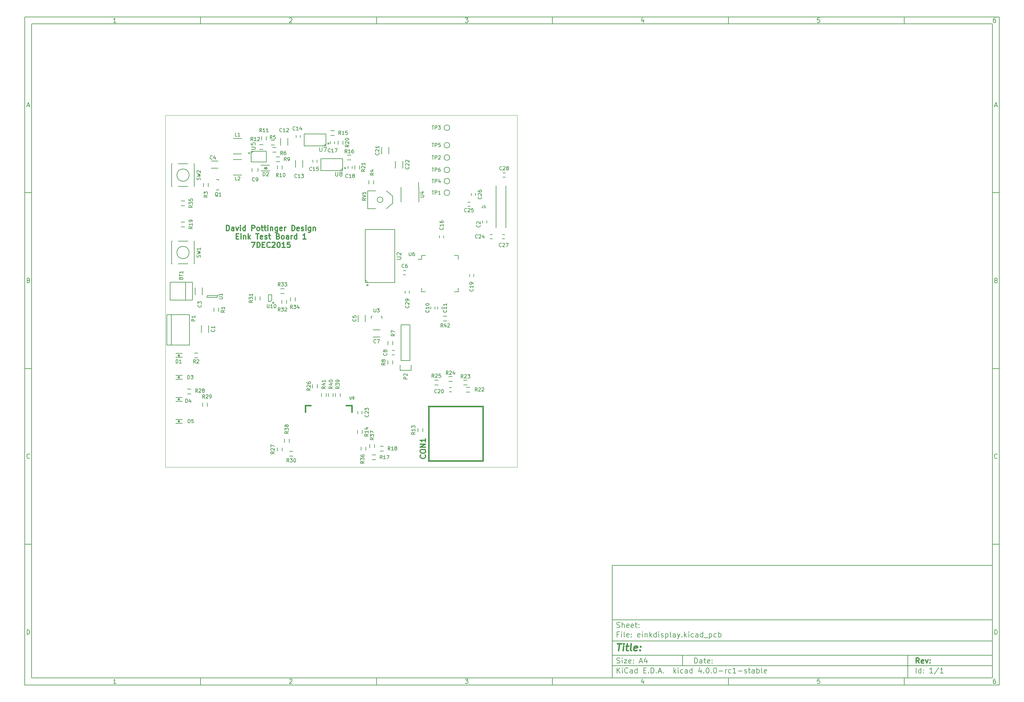
<source format=gto>
G04 #@! TF.FileFunction,Legend,Top*
%FSLAX46Y46*%
G04 Gerber Fmt 4.6, Leading zero omitted, Abs format (unit mm)*
G04 Created by KiCad (PCBNEW 4.0.0-rc1-stable) date Tue 08 Dec 2015 07:53:02 AM PST*
%MOMM*%
G01*
G04 APERTURE LIST*
%ADD10C,0.100000*%
%ADD11C,0.150000*%
%ADD12C,0.300000*%
%ADD13C,0.400000*%
%ADD14C,0.200000*%
%ADD15C,0.381000*%
%ADD16C,0.304800*%
%ADD17C,0.127000*%
G04 APERTURE END LIST*
D10*
D11*
X177002200Y-166007200D02*
X177002200Y-198007200D01*
X285002200Y-198007200D01*
X285002200Y-166007200D01*
X177002200Y-166007200D01*
D10*
D11*
X10000000Y-10000000D02*
X10000000Y-200007200D01*
X287002200Y-200007200D01*
X287002200Y-10000000D01*
X10000000Y-10000000D01*
D10*
D11*
X12000000Y-12000000D02*
X12000000Y-198007200D01*
X285002200Y-198007200D01*
X285002200Y-12000000D01*
X12000000Y-12000000D01*
D10*
D11*
X60000000Y-12000000D02*
X60000000Y-10000000D01*
D10*
D11*
X110000000Y-12000000D02*
X110000000Y-10000000D01*
D10*
D11*
X160000000Y-12000000D02*
X160000000Y-10000000D01*
D10*
D11*
X210000000Y-12000000D02*
X210000000Y-10000000D01*
D10*
D11*
X260000000Y-12000000D02*
X260000000Y-10000000D01*
D10*
D11*
X35990476Y-11588095D02*
X35247619Y-11588095D01*
X35619048Y-11588095D02*
X35619048Y-10288095D01*
X35495238Y-10473810D01*
X35371429Y-10597619D01*
X35247619Y-10659524D01*
D10*
D11*
X85247619Y-10411905D02*
X85309524Y-10350000D01*
X85433333Y-10288095D01*
X85742857Y-10288095D01*
X85866667Y-10350000D01*
X85928571Y-10411905D01*
X85990476Y-10535714D01*
X85990476Y-10659524D01*
X85928571Y-10845238D01*
X85185714Y-11588095D01*
X85990476Y-11588095D01*
D10*
D11*
X135185714Y-10288095D02*
X135990476Y-10288095D01*
X135557143Y-10783333D01*
X135742857Y-10783333D01*
X135866667Y-10845238D01*
X135928571Y-10907143D01*
X135990476Y-11030952D01*
X135990476Y-11340476D01*
X135928571Y-11464286D01*
X135866667Y-11526190D01*
X135742857Y-11588095D01*
X135371429Y-11588095D01*
X135247619Y-11526190D01*
X135185714Y-11464286D01*
D10*
D11*
X185866667Y-10721429D02*
X185866667Y-11588095D01*
X185557143Y-10226190D02*
X185247619Y-11154762D01*
X186052381Y-11154762D01*
D10*
D11*
X235928571Y-10288095D02*
X235309524Y-10288095D01*
X235247619Y-10907143D01*
X235309524Y-10845238D01*
X235433333Y-10783333D01*
X235742857Y-10783333D01*
X235866667Y-10845238D01*
X235928571Y-10907143D01*
X235990476Y-11030952D01*
X235990476Y-11340476D01*
X235928571Y-11464286D01*
X235866667Y-11526190D01*
X235742857Y-11588095D01*
X235433333Y-11588095D01*
X235309524Y-11526190D01*
X235247619Y-11464286D01*
D10*
D11*
X285866667Y-10288095D02*
X285619048Y-10288095D01*
X285495238Y-10350000D01*
X285433333Y-10411905D01*
X285309524Y-10597619D01*
X285247619Y-10845238D01*
X285247619Y-11340476D01*
X285309524Y-11464286D01*
X285371429Y-11526190D01*
X285495238Y-11588095D01*
X285742857Y-11588095D01*
X285866667Y-11526190D01*
X285928571Y-11464286D01*
X285990476Y-11340476D01*
X285990476Y-11030952D01*
X285928571Y-10907143D01*
X285866667Y-10845238D01*
X285742857Y-10783333D01*
X285495238Y-10783333D01*
X285371429Y-10845238D01*
X285309524Y-10907143D01*
X285247619Y-11030952D01*
D10*
D11*
X60000000Y-198007200D02*
X60000000Y-200007200D01*
D10*
D11*
X110000000Y-198007200D02*
X110000000Y-200007200D01*
D10*
D11*
X160000000Y-198007200D02*
X160000000Y-200007200D01*
D10*
D11*
X210000000Y-198007200D02*
X210000000Y-200007200D01*
D10*
D11*
X260000000Y-198007200D02*
X260000000Y-200007200D01*
D10*
D11*
X35990476Y-199595295D02*
X35247619Y-199595295D01*
X35619048Y-199595295D02*
X35619048Y-198295295D01*
X35495238Y-198481010D01*
X35371429Y-198604819D01*
X35247619Y-198666724D01*
D10*
D11*
X85247619Y-198419105D02*
X85309524Y-198357200D01*
X85433333Y-198295295D01*
X85742857Y-198295295D01*
X85866667Y-198357200D01*
X85928571Y-198419105D01*
X85990476Y-198542914D01*
X85990476Y-198666724D01*
X85928571Y-198852438D01*
X85185714Y-199595295D01*
X85990476Y-199595295D01*
D10*
D11*
X135185714Y-198295295D02*
X135990476Y-198295295D01*
X135557143Y-198790533D01*
X135742857Y-198790533D01*
X135866667Y-198852438D01*
X135928571Y-198914343D01*
X135990476Y-199038152D01*
X135990476Y-199347676D01*
X135928571Y-199471486D01*
X135866667Y-199533390D01*
X135742857Y-199595295D01*
X135371429Y-199595295D01*
X135247619Y-199533390D01*
X135185714Y-199471486D01*
D10*
D11*
X185866667Y-198728629D02*
X185866667Y-199595295D01*
X185557143Y-198233390D02*
X185247619Y-199161962D01*
X186052381Y-199161962D01*
D10*
D11*
X235928571Y-198295295D02*
X235309524Y-198295295D01*
X235247619Y-198914343D01*
X235309524Y-198852438D01*
X235433333Y-198790533D01*
X235742857Y-198790533D01*
X235866667Y-198852438D01*
X235928571Y-198914343D01*
X235990476Y-199038152D01*
X235990476Y-199347676D01*
X235928571Y-199471486D01*
X235866667Y-199533390D01*
X235742857Y-199595295D01*
X235433333Y-199595295D01*
X235309524Y-199533390D01*
X235247619Y-199471486D01*
D10*
D11*
X285866667Y-198295295D02*
X285619048Y-198295295D01*
X285495238Y-198357200D01*
X285433333Y-198419105D01*
X285309524Y-198604819D01*
X285247619Y-198852438D01*
X285247619Y-199347676D01*
X285309524Y-199471486D01*
X285371429Y-199533390D01*
X285495238Y-199595295D01*
X285742857Y-199595295D01*
X285866667Y-199533390D01*
X285928571Y-199471486D01*
X285990476Y-199347676D01*
X285990476Y-199038152D01*
X285928571Y-198914343D01*
X285866667Y-198852438D01*
X285742857Y-198790533D01*
X285495238Y-198790533D01*
X285371429Y-198852438D01*
X285309524Y-198914343D01*
X285247619Y-199038152D01*
D10*
D11*
X10000000Y-60000000D02*
X12000000Y-60000000D01*
D10*
D11*
X10000000Y-110000000D02*
X12000000Y-110000000D01*
D10*
D11*
X10000000Y-160000000D02*
X12000000Y-160000000D01*
D10*
D11*
X10690476Y-35216667D02*
X11309524Y-35216667D01*
X10566667Y-35588095D02*
X11000000Y-34288095D01*
X11433333Y-35588095D01*
D10*
D11*
X11092857Y-84907143D02*
X11278571Y-84969048D01*
X11340476Y-85030952D01*
X11402381Y-85154762D01*
X11402381Y-85340476D01*
X11340476Y-85464286D01*
X11278571Y-85526190D01*
X11154762Y-85588095D01*
X10659524Y-85588095D01*
X10659524Y-84288095D01*
X11092857Y-84288095D01*
X11216667Y-84350000D01*
X11278571Y-84411905D01*
X11340476Y-84535714D01*
X11340476Y-84659524D01*
X11278571Y-84783333D01*
X11216667Y-84845238D01*
X11092857Y-84907143D01*
X10659524Y-84907143D01*
D10*
D11*
X11402381Y-135464286D02*
X11340476Y-135526190D01*
X11154762Y-135588095D01*
X11030952Y-135588095D01*
X10845238Y-135526190D01*
X10721429Y-135402381D01*
X10659524Y-135278571D01*
X10597619Y-135030952D01*
X10597619Y-134845238D01*
X10659524Y-134597619D01*
X10721429Y-134473810D01*
X10845238Y-134350000D01*
X11030952Y-134288095D01*
X11154762Y-134288095D01*
X11340476Y-134350000D01*
X11402381Y-134411905D01*
D10*
D11*
X10659524Y-185588095D02*
X10659524Y-184288095D01*
X10969048Y-184288095D01*
X11154762Y-184350000D01*
X11278571Y-184473810D01*
X11340476Y-184597619D01*
X11402381Y-184845238D01*
X11402381Y-185030952D01*
X11340476Y-185278571D01*
X11278571Y-185402381D01*
X11154762Y-185526190D01*
X10969048Y-185588095D01*
X10659524Y-185588095D01*
D10*
D11*
X287002200Y-60000000D02*
X285002200Y-60000000D01*
D10*
D11*
X287002200Y-110000000D02*
X285002200Y-110000000D01*
D10*
D11*
X287002200Y-160000000D02*
X285002200Y-160000000D01*
D10*
D11*
X285692676Y-35216667D02*
X286311724Y-35216667D01*
X285568867Y-35588095D02*
X286002200Y-34288095D01*
X286435533Y-35588095D01*
D10*
D11*
X286095057Y-84907143D02*
X286280771Y-84969048D01*
X286342676Y-85030952D01*
X286404581Y-85154762D01*
X286404581Y-85340476D01*
X286342676Y-85464286D01*
X286280771Y-85526190D01*
X286156962Y-85588095D01*
X285661724Y-85588095D01*
X285661724Y-84288095D01*
X286095057Y-84288095D01*
X286218867Y-84350000D01*
X286280771Y-84411905D01*
X286342676Y-84535714D01*
X286342676Y-84659524D01*
X286280771Y-84783333D01*
X286218867Y-84845238D01*
X286095057Y-84907143D01*
X285661724Y-84907143D01*
D10*
D11*
X286404581Y-135464286D02*
X286342676Y-135526190D01*
X286156962Y-135588095D01*
X286033152Y-135588095D01*
X285847438Y-135526190D01*
X285723629Y-135402381D01*
X285661724Y-135278571D01*
X285599819Y-135030952D01*
X285599819Y-134845238D01*
X285661724Y-134597619D01*
X285723629Y-134473810D01*
X285847438Y-134350000D01*
X286033152Y-134288095D01*
X286156962Y-134288095D01*
X286342676Y-134350000D01*
X286404581Y-134411905D01*
D10*
D11*
X285661724Y-185588095D02*
X285661724Y-184288095D01*
X285971248Y-184288095D01*
X286156962Y-184350000D01*
X286280771Y-184473810D01*
X286342676Y-184597619D01*
X286404581Y-184845238D01*
X286404581Y-185030952D01*
X286342676Y-185278571D01*
X286280771Y-185402381D01*
X286156962Y-185526190D01*
X285971248Y-185588095D01*
X285661724Y-185588095D01*
D10*
D11*
X200359343Y-193785771D02*
X200359343Y-192285771D01*
X200716486Y-192285771D01*
X200930771Y-192357200D01*
X201073629Y-192500057D01*
X201145057Y-192642914D01*
X201216486Y-192928629D01*
X201216486Y-193142914D01*
X201145057Y-193428629D01*
X201073629Y-193571486D01*
X200930771Y-193714343D01*
X200716486Y-193785771D01*
X200359343Y-193785771D01*
X202502200Y-193785771D02*
X202502200Y-193000057D01*
X202430771Y-192857200D01*
X202287914Y-192785771D01*
X202002200Y-192785771D01*
X201859343Y-192857200D01*
X202502200Y-193714343D02*
X202359343Y-193785771D01*
X202002200Y-193785771D01*
X201859343Y-193714343D01*
X201787914Y-193571486D01*
X201787914Y-193428629D01*
X201859343Y-193285771D01*
X202002200Y-193214343D01*
X202359343Y-193214343D01*
X202502200Y-193142914D01*
X203002200Y-192785771D02*
X203573629Y-192785771D01*
X203216486Y-192285771D02*
X203216486Y-193571486D01*
X203287914Y-193714343D01*
X203430772Y-193785771D01*
X203573629Y-193785771D01*
X204645057Y-193714343D02*
X204502200Y-193785771D01*
X204216486Y-193785771D01*
X204073629Y-193714343D01*
X204002200Y-193571486D01*
X204002200Y-193000057D01*
X204073629Y-192857200D01*
X204216486Y-192785771D01*
X204502200Y-192785771D01*
X204645057Y-192857200D01*
X204716486Y-193000057D01*
X204716486Y-193142914D01*
X204002200Y-193285771D01*
X205359343Y-193642914D02*
X205430771Y-193714343D01*
X205359343Y-193785771D01*
X205287914Y-193714343D01*
X205359343Y-193642914D01*
X205359343Y-193785771D01*
X205359343Y-192857200D02*
X205430771Y-192928629D01*
X205359343Y-193000057D01*
X205287914Y-192928629D01*
X205359343Y-192857200D01*
X205359343Y-193000057D01*
D10*
D11*
X177002200Y-194507200D02*
X285002200Y-194507200D01*
D10*
D11*
X178359343Y-196585771D02*
X178359343Y-195085771D01*
X179216486Y-196585771D02*
X178573629Y-195728629D01*
X179216486Y-195085771D02*
X178359343Y-195942914D01*
X179859343Y-196585771D02*
X179859343Y-195585771D01*
X179859343Y-195085771D02*
X179787914Y-195157200D01*
X179859343Y-195228629D01*
X179930771Y-195157200D01*
X179859343Y-195085771D01*
X179859343Y-195228629D01*
X181430772Y-196442914D02*
X181359343Y-196514343D01*
X181145057Y-196585771D01*
X181002200Y-196585771D01*
X180787915Y-196514343D01*
X180645057Y-196371486D01*
X180573629Y-196228629D01*
X180502200Y-195942914D01*
X180502200Y-195728629D01*
X180573629Y-195442914D01*
X180645057Y-195300057D01*
X180787915Y-195157200D01*
X181002200Y-195085771D01*
X181145057Y-195085771D01*
X181359343Y-195157200D01*
X181430772Y-195228629D01*
X182716486Y-196585771D02*
X182716486Y-195800057D01*
X182645057Y-195657200D01*
X182502200Y-195585771D01*
X182216486Y-195585771D01*
X182073629Y-195657200D01*
X182716486Y-196514343D02*
X182573629Y-196585771D01*
X182216486Y-196585771D01*
X182073629Y-196514343D01*
X182002200Y-196371486D01*
X182002200Y-196228629D01*
X182073629Y-196085771D01*
X182216486Y-196014343D01*
X182573629Y-196014343D01*
X182716486Y-195942914D01*
X184073629Y-196585771D02*
X184073629Y-195085771D01*
X184073629Y-196514343D02*
X183930772Y-196585771D01*
X183645058Y-196585771D01*
X183502200Y-196514343D01*
X183430772Y-196442914D01*
X183359343Y-196300057D01*
X183359343Y-195871486D01*
X183430772Y-195728629D01*
X183502200Y-195657200D01*
X183645058Y-195585771D01*
X183930772Y-195585771D01*
X184073629Y-195657200D01*
X185930772Y-195800057D02*
X186430772Y-195800057D01*
X186645058Y-196585771D02*
X185930772Y-196585771D01*
X185930772Y-195085771D01*
X186645058Y-195085771D01*
X187287915Y-196442914D02*
X187359343Y-196514343D01*
X187287915Y-196585771D01*
X187216486Y-196514343D01*
X187287915Y-196442914D01*
X187287915Y-196585771D01*
X188002201Y-196585771D02*
X188002201Y-195085771D01*
X188359344Y-195085771D01*
X188573629Y-195157200D01*
X188716487Y-195300057D01*
X188787915Y-195442914D01*
X188859344Y-195728629D01*
X188859344Y-195942914D01*
X188787915Y-196228629D01*
X188716487Y-196371486D01*
X188573629Y-196514343D01*
X188359344Y-196585771D01*
X188002201Y-196585771D01*
X189502201Y-196442914D02*
X189573629Y-196514343D01*
X189502201Y-196585771D01*
X189430772Y-196514343D01*
X189502201Y-196442914D01*
X189502201Y-196585771D01*
X190145058Y-196157200D02*
X190859344Y-196157200D01*
X190002201Y-196585771D02*
X190502201Y-195085771D01*
X191002201Y-196585771D01*
X191502201Y-196442914D02*
X191573629Y-196514343D01*
X191502201Y-196585771D01*
X191430772Y-196514343D01*
X191502201Y-196442914D01*
X191502201Y-196585771D01*
X194502201Y-196585771D02*
X194502201Y-195085771D01*
X194645058Y-196014343D02*
X195073629Y-196585771D01*
X195073629Y-195585771D02*
X194502201Y-196157200D01*
X195716487Y-196585771D02*
X195716487Y-195585771D01*
X195716487Y-195085771D02*
X195645058Y-195157200D01*
X195716487Y-195228629D01*
X195787915Y-195157200D01*
X195716487Y-195085771D01*
X195716487Y-195228629D01*
X197073630Y-196514343D02*
X196930773Y-196585771D01*
X196645059Y-196585771D01*
X196502201Y-196514343D01*
X196430773Y-196442914D01*
X196359344Y-196300057D01*
X196359344Y-195871486D01*
X196430773Y-195728629D01*
X196502201Y-195657200D01*
X196645059Y-195585771D01*
X196930773Y-195585771D01*
X197073630Y-195657200D01*
X198359344Y-196585771D02*
X198359344Y-195800057D01*
X198287915Y-195657200D01*
X198145058Y-195585771D01*
X197859344Y-195585771D01*
X197716487Y-195657200D01*
X198359344Y-196514343D02*
X198216487Y-196585771D01*
X197859344Y-196585771D01*
X197716487Y-196514343D01*
X197645058Y-196371486D01*
X197645058Y-196228629D01*
X197716487Y-196085771D01*
X197859344Y-196014343D01*
X198216487Y-196014343D01*
X198359344Y-195942914D01*
X199716487Y-196585771D02*
X199716487Y-195085771D01*
X199716487Y-196514343D02*
X199573630Y-196585771D01*
X199287916Y-196585771D01*
X199145058Y-196514343D01*
X199073630Y-196442914D01*
X199002201Y-196300057D01*
X199002201Y-195871486D01*
X199073630Y-195728629D01*
X199145058Y-195657200D01*
X199287916Y-195585771D01*
X199573630Y-195585771D01*
X199716487Y-195657200D01*
X202216487Y-195585771D02*
X202216487Y-196585771D01*
X201859344Y-195014343D02*
X201502201Y-196085771D01*
X202430773Y-196085771D01*
X203002201Y-196442914D02*
X203073629Y-196514343D01*
X203002201Y-196585771D01*
X202930772Y-196514343D01*
X203002201Y-196442914D01*
X203002201Y-196585771D01*
X204002201Y-195085771D02*
X204145058Y-195085771D01*
X204287915Y-195157200D01*
X204359344Y-195228629D01*
X204430773Y-195371486D01*
X204502201Y-195657200D01*
X204502201Y-196014343D01*
X204430773Y-196300057D01*
X204359344Y-196442914D01*
X204287915Y-196514343D01*
X204145058Y-196585771D01*
X204002201Y-196585771D01*
X203859344Y-196514343D01*
X203787915Y-196442914D01*
X203716487Y-196300057D01*
X203645058Y-196014343D01*
X203645058Y-195657200D01*
X203716487Y-195371486D01*
X203787915Y-195228629D01*
X203859344Y-195157200D01*
X204002201Y-195085771D01*
X205145058Y-196442914D02*
X205216486Y-196514343D01*
X205145058Y-196585771D01*
X205073629Y-196514343D01*
X205145058Y-196442914D01*
X205145058Y-196585771D01*
X206145058Y-195085771D02*
X206287915Y-195085771D01*
X206430772Y-195157200D01*
X206502201Y-195228629D01*
X206573630Y-195371486D01*
X206645058Y-195657200D01*
X206645058Y-196014343D01*
X206573630Y-196300057D01*
X206502201Y-196442914D01*
X206430772Y-196514343D01*
X206287915Y-196585771D01*
X206145058Y-196585771D01*
X206002201Y-196514343D01*
X205930772Y-196442914D01*
X205859344Y-196300057D01*
X205787915Y-196014343D01*
X205787915Y-195657200D01*
X205859344Y-195371486D01*
X205930772Y-195228629D01*
X206002201Y-195157200D01*
X206145058Y-195085771D01*
X207287915Y-196014343D02*
X208430772Y-196014343D01*
X209145058Y-196585771D02*
X209145058Y-195585771D01*
X209145058Y-195871486D02*
X209216486Y-195728629D01*
X209287915Y-195657200D01*
X209430772Y-195585771D01*
X209573629Y-195585771D01*
X210716486Y-196514343D02*
X210573629Y-196585771D01*
X210287915Y-196585771D01*
X210145057Y-196514343D01*
X210073629Y-196442914D01*
X210002200Y-196300057D01*
X210002200Y-195871486D01*
X210073629Y-195728629D01*
X210145057Y-195657200D01*
X210287915Y-195585771D01*
X210573629Y-195585771D01*
X210716486Y-195657200D01*
X212145057Y-196585771D02*
X211287914Y-196585771D01*
X211716486Y-196585771D02*
X211716486Y-195085771D01*
X211573629Y-195300057D01*
X211430771Y-195442914D01*
X211287914Y-195514343D01*
X212787914Y-196014343D02*
X213930771Y-196014343D01*
X214573628Y-196514343D02*
X214716485Y-196585771D01*
X215002200Y-196585771D01*
X215145057Y-196514343D01*
X215216485Y-196371486D01*
X215216485Y-196300057D01*
X215145057Y-196157200D01*
X215002200Y-196085771D01*
X214787914Y-196085771D01*
X214645057Y-196014343D01*
X214573628Y-195871486D01*
X214573628Y-195800057D01*
X214645057Y-195657200D01*
X214787914Y-195585771D01*
X215002200Y-195585771D01*
X215145057Y-195657200D01*
X215645057Y-195585771D02*
X216216486Y-195585771D01*
X215859343Y-195085771D02*
X215859343Y-196371486D01*
X215930771Y-196514343D01*
X216073629Y-196585771D01*
X216216486Y-196585771D01*
X217359343Y-196585771D02*
X217359343Y-195800057D01*
X217287914Y-195657200D01*
X217145057Y-195585771D01*
X216859343Y-195585771D01*
X216716486Y-195657200D01*
X217359343Y-196514343D02*
X217216486Y-196585771D01*
X216859343Y-196585771D01*
X216716486Y-196514343D01*
X216645057Y-196371486D01*
X216645057Y-196228629D01*
X216716486Y-196085771D01*
X216859343Y-196014343D01*
X217216486Y-196014343D01*
X217359343Y-195942914D01*
X218073629Y-196585771D02*
X218073629Y-195085771D01*
X218073629Y-195657200D02*
X218216486Y-195585771D01*
X218502200Y-195585771D01*
X218645057Y-195657200D01*
X218716486Y-195728629D01*
X218787915Y-195871486D01*
X218787915Y-196300057D01*
X218716486Y-196442914D01*
X218645057Y-196514343D01*
X218502200Y-196585771D01*
X218216486Y-196585771D01*
X218073629Y-196514343D01*
X219645058Y-196585771D02*
X219502200Y-196514343D01*
X219430772Y-196371486D01*
X219430772Y-195085771D01*
X220787914Y-196514343D02*
X220645057Y-196585771D01*
X220359343Y-196585771D01*
X220216486Y-196514343D01*
X220145057Y-196371486D01*
X220145057Y-195800057D01*
X220216486Y-195657200D01*
X220359343Y-195585771D01*
X220645057Y-195585771D01*
X220787914Y-195657200D01*
X220859343Y-195800057D01*
X220859343Y-195942914D01*
X220145057Y-196085771D01*
D10*
D11*
X177002200Y-191507200D02*
X285002200Y-191507200D01*
D10*
D12*
X264216486Y-193785771D02*
X263716486Y-193071486D01*
X263359343Y-193785771D02*
X263359343Y-192285771D01*
X263930771Y-192285771D01*
X264073629Y-192357200D01*
X264145057Y-192428629D01*
X264216486Y-192571486D01*
X264216486Y-192785771D01*
X264145057Y-192928629D01*
X264073629Y-193000057D01*
X263930771Y-193071486D01*
X263359343Y-193071486D01*
X265430771Y-193714343D02*
X265287914Y-193785771D01*
X265002200Y-193785771D01*
X264859343Y-193714343D01*
X264787914Y-193571486D01*
X264787914Y-193000057D01*
X264859343Y-192857200D01*
X265002200Y-192785771D01*
X265287914Y-192785771D01*
X265430771Y-192857200D01*
X265502200Y-193000057D01*
X265502200Y-193142914D01*
X264787914Y-193285771D01*
X266002200Y-192785771D02*
X266359343Y-193785771D01*
X266716485Y-192785771D01*
X267287914Y-193642914D02*
X267359342Y-193714343D01*
X267287914Y-193785771D01*
X267216485Y-193714343D01*
X267287914Y-193642914D01*
X267287914Y-193785771D01*
X267287914Y-192857200D02*
X267359342Y-192928629D01*
X267287914Y-193000057D01*
X267216485Y-192928629D01*
X267287914Y-192857200D01*
X267287914Y-193000057D01*
D10*
D11*
X178287914Y-193714343D02*
X178502200Y-193785771D01*
X178859343Y-193785771D01*
X179002200Y-193714343D01*
X179073629Y-193642914D01*
X179145057Y-193500057D01*
X179145057Y-193357200D01*
X179073629Y-193214343D01*
X179002200Y-193142914D01*
X178859343Y-193071486D01*
X178573629Y-193000057D01*
X178430771Y-192928629D01*
X178359343Y-192857200D01*
X178287914Y-192714343D01*
X178287914Y-192571486D01*
X178359343Y-192428629D01*
X178430771Y-192357200D01*
X178573629Y-192285771D01*
X178930771Y-192285771D01*
X179145057Y-192357200D01*
X179787914Y-193785771D02*
X179787914Y-192785771D01*
X179787914Y-192285771D02*
X179716485Y-192357200D01*
X179787914Y-192428629D01*
X179859342Y-192357200D01*
X179787914Y-192285771D01*
X179787914Y-192428629D01*
X180359343Y-192785771D02*
X181145057Y-192785771D01*
X180359343Y-193785771D01*
X181145057Y-193785771D01*
X182287914Y-193714343D02*
X182145057Y-193785771D01*
X181859343Y-193785771D01*
X181716486Y-193714343D01*
X181645057Y-193571486D01*
X181645057Y-193000057D01*
X181716486Y-192857200D01*
X181859343Y-192785771D01*
X182145057Y-192785771D01*
X182287914Y-192857200D01*
X182359343Y-193000057D01*
X182359343Y-193142914D01*
X181645057Y-193285771D01*
X183002200Y-193642914D02*
X183073628Y-193714343D01*
X183002200Y-193785771D01*
X182930771Y-193714343D01*
X183002200Y-193642914D01*
X183002200Y-193785771D01*
X183002200Y-192857200D02*
X183073628Y-192928629D01*
X183002200Y-193000057D01*
X182930771Y-192928629D01*
X183002200Y-192857200D01*
X183002200Y-193000057D01*
X184787914Y-193357200D02*
X185502200Y-193357200D01*
X184645057Y-193785771D02*
X185145057Y-192285771D01*
X185645057Y-193785771D01*
X186787914Y-192785771D02*
X186787914Y-193785771D01*
X186430771Y-192214343D02*
X186073628Y-193285771D01*
X187002200Y-193285771D01*
D10*
D11*
X263359343Y-196585771D02*
X263359343Y-195085771D01*
X264716486Y-196585771D02*
X264716486Y-195085771D01*
X264716486Y-196514343D02*
X264573629Y-196585771D01*
X264287915Y-196585771D01*
X264145057Y-196514343D01*
X264073629Y-196442914D01*
X264002200Y-196300057D01*
X264002200Y-195871486D01*
X264073629Y-195728629D01*
X264145057Y-195657200D01*
X264287915Y-195585771D01*
X264573629Y-195585771D01*
X264716486Y-195657200D01*
X265430772Y-196442914D02*
X265502200Y-196514343D01*
X265430772Y-196585771D01*
X265359343Y-196514343D01*
X265430772Y-196442914D01*
X265430772Y-196585771D01*
X265430772Y-195657200D02*
X265502200Y-195728629D01*
X265430772Y-195800057D01*
X265359343Y-195728629D01*
X265430772Y-195657200D01*
X265430772Y-195800057D01*
X268073629Y-196585771D02*
X267216486Y-196585771D01*
X267645058Y-196585771D02*
X267645058Y-195085771D01*
X267502201Y-195300057D01*
X267359343Y-195442914D01*
X267216486Y-195514343D01*
X269787914Y-195014343D02*
X268502200Y-196942914D01*
X271073629Y-196585771D02*
X270216486Y-196585771D01*
X270645058Y-196585771D02*
X270645058Y-195085771D01*
X270502201Y-195300057D01*
X270359343Y-195442914D01*
X270216486Y-195514343D01*
D10*
D11*
X177002200Y-187507200D02*
X285002200Y-187507200D01*
D10*
D13*
X178454581Y-188211962D02*
X179597438Y-188211962D01*
X178776010Y-190211962D02*
X179026010Y-188211962D01*
X180014105Y-190211962D02*
X180180771Y-188878629D01*
X180264105Y-188211962D02*
X180156962Y-188307200D01*
X180240295Y-188402438D01*
X180347439Y-188307200D01*
X180264105Y-188211962D01*
X180240295Y-188402438D01*
X180847438Y-188878629D02*
X181609343Y-188878629D01*
X181216486Y-188211962D02*
X181002200Y-189926248D01*
X181073630Y-190116724D01*
X181252201Y-190211962D01*
X181442677Y-190211962D01*
X182395058Y-190211962D02*
X182216487Y-190116724D01*
X182145057Y-189926248D01*
X182359343Y-188211962D01*
X183930772Y-190116724D02*
X183728391Y-190211962D01*
X183347439Y-190211962D01*
X183168867Y-190116724D01*
X183097438Y-189926248D01*
X183192676Y-189164343D01*
X183311724Y-188973867D01*
X183514105Y-188878629D01*
X183895057Y-188878629D01*
X184073629Y-188973867D01*
X184145057Y-189164343D01*
X184121248Y-189354819D01*
X183145057Y-189545295D01*
X184895057Y-190021486D02*
X184978392Y-190116724D01*
X184871248Y-190211962D01*
X184787915Y-190116724D01*
X184895057Y-190021486D01*
X184871248Y-190211962D01*
X185026010Y-188973867D02*
X185109344Y-189069105D01*
X185002200Y-189164343D01*
X184918867Y-189069105D01*
X185026010Y-188973867D01*
X185002200Y-189164343D01*
D10*
D11*
X178859343Y-185600057D02*
X178359343Y-185600057D01*
X178359343Y-186385771D02*
X178359343Y-184885771D01*
X179073629Y-184885771D01*
X179645057Y-186385771D02*
X179645057Y-185385771D01*
X179645057Y-184885771D02*
X179573628Y-184957200D01*
X179645057Y-185028629D01*
X179716485Y-184957200D01*
X179645057Y-184885771D01*
X179645057Y-185028629D01*
X180573629Y-186385771D02*
X180430771Y-186314343D01*
X180359343Y-186171486D01*
X180359343Y-184885771D01*
X181716485Y-186314343D02*
X181573628Y-186385771D01*
X181287914Y-186385771D01*
X181145057Y-186314343D01*
X181073628Y-186171486D01*
X181073628Y-185600057D01*
X181145057Y-185457200D01*
X181287914Y-185385771D01*
X181573628Y-185385771D01*
X181716485Y-185457200D01*
X181787914Y-185600057D01*
X181787914Y-185742914D01*
X181073628Y-185885771D01*
X182430771Y-186242914D02*
X182502199Y-186314343D01*
X182430771Y-186385771D01*
X182359342Y-186314343D01*
X182430771Y-186242914D01*
X182430771Y-186385771D01*
X182430771Y-185457200D02*
X182502199Y-185528629D01*
X182430771Y-185600057D01*
X182359342Y-185528629D01*
X182430771Y-185457200D01*
X182430771Y-185600057D01*
X184859342Y-186314343D02*
X184716485Y-186385771D01*
X184430771Y-186385771D01*
X184287914Y-186314343D01*
X184216485Y-186171486D01*
X184216485Y-185600057D01*
X184287914Y-185457200D01*
X184430771Y-185385771D01*
X184716485Y-185385771D01*
X184859342Y-185457200D01*
X184930771Y-185600057D01*
X184930771Y-185742914D01*
X184216485Y-185885771D01*
X185573628Y-186385771D02*
X185573628Y-185385771D01*
X185573628Y-184885771D02*
X185502199Y-184957200D01*
X185573628Y-185028629D01*
X185645056Y-184957200D01*
X185573628Y-184885771D01*
X185573628Y-185028629D01*
X186287914Y-185385771D02*
X186287914Y-186385771D01*
X186287914Y-185528629D02*
X186359342Y-185457200D01*
X186502200Y-185385771D01*
X186716485Y-185385771D01*
X186859342Y-185457200D01*
X186930771Y-185600057D01*
X186930771Y-186385771D01*
X187645057Y-186385771D02*
X187645057Y-184885771D01*
X187787914Y-185814343D02*
X188216485Y-186385771D01*
X188216485Y-185385771D02*
X187645057Y-185957200D01*
X189502200Y-186385771D02*
X189502200Y-184885771D01*
X189502200Y-186314343D02*
X189359343Y-186385771D01*
X189073629Y-186385771D01*
X188930771Y-186314343D01*
X188859343Y-186242914D01*
X188787914Y-186100057D01*
X188787914Y-185671486D01*
X188859343Y-185528629D01*
X188930771Y-185457200D01*
X189073629Y-185385771D01*
X189359343Y-185385771D01*
X189502200Y-185457200D01*
X190216486Y-186385771D02*
X190216486Y-185385771D01*
X190216486Y-184885771D02*
X190145057Y-184957200D01*
X190216486Y-185028629D01*
X190287914Y-184957200D01*
X190216486Y-184885771D01*
X190216486Y-185028629D01*
X190859343Y-186314343D02*
X191002200Y-186385771D01*
X191287915Y-186385771D01*
X191430772Y-186314343D01*
X191502200Y-186171486D01*
X191502200Y-186100057D01*
X191430772Y-185957200D01*
X191287915Y-185885771D01*
X191073629Y-185885771D01*
X190930772Y-185814343D01*
X190859343Y-185671486D01*
X190859343Y-185600057D01*
X190930772Y-185457200D01*
X191073629Y-185385771D01*
X191287915Y-185385771D01*
X191430772Y-185457200D01*
X192145058Y-185385771D02*
X192145058Y-186885771D01*
X192145058Y-185457200D02*
X192287915Y-185385771D01*
X192573629Y-185385771D01*
X192716486Y-185457200D01*
X192787915Y-185528629D01*
X192859344Y-185671486D01*
X192859344Y-186100057D01*
X192787915Y-186242914D01*
X192716486Y-186314343D01*
X192573629Y-186385771D01*
X192287915Y-186385771D01*
X192145058Y-186314343D01*
X193716487Y-186385771D02*
X193573629Y-186314343D01*
X193502201Y-186171486D01*
X193502201Y-184885771D01*
X194930772Y-186385771D02*
X194930772Y-185600057D01*
X194859343Y-185457200D01*
X194716486Y-185385771D01*
X194430772Y-185385771D01*
X194287915Y-185457200D01*
X194930772Y-186314343D02*
X194787915Y-186385771D01*
X194430772Y-186385771D01*
X194287915Y-186314343D01*
X194216486Y-186171486D01*
X194216486Y-186028629D01*
X194287915Y-185885771D01*
X194430772Y-185814343D01*
X194787915Y-185814343D01*
X194930772Y-185742914D01*
X195502201Y-185385771D02*
X195859344Y-186385771D01*
X196216486Y-185385771D02*
X195859344Y-186385771D01*
X195716486Y-186742914D01*
X195645058Y-186814343D01*
X195502201Y-186885771D01*
X196787915Y-186242914D02*
X196859343Y-186314343D01*
X196787915Y-186385771D01*
X196716486Y-186314343D01*
X196787915Y-186242914D01*
X196787915Y-186385771D01*
X197502201Y-186385771D02*
X197502201Y-184885771D01*
X197645058Y-185814343D02*
X198073629Y-186385771D01*
X198073629Y-185385771D02*
X197502201Y-185957200D01*
X198716487Y-186385771D02*
X198716487Y-185385771D01*
X198716487Y-184885771D02*
X198645058Y-184957200D01*
X198716487Y-185028629D01*
X198787915Y-184957200D01*
X198716487Y-184885771D01*
X198716487Y-185028629D01*
X200073630Y-186314343D02*
X199930773Y-186385771D01*
X199645059Y-186385771D01*
X199502201Y-186314343D01*
X199430773Y-186242914D01*
X199359344Y-186100057D01*
X199359344Y-185671486D01*
X199430773Y-185528629D01*
X199502201Y-185457200D01*
X199645059Y-185385771D01*
X199930773Y-185385771D01*
X200073630Y-185457200D01*
X201359344Y-186385771D02*
X201359344Y-185600057D01*
X201287915Y-185457200D01*
X201145058Y-185385771D01*
X200859344Y-185385771D01*
X200716487Y-185457200D01*
X201359344Y-186314343D02*
X201216487Y-186385771D01*
X200859344Y-186385771D01*
X200716487Y-186314343D01*
X200645058Y-186171486D01*
X200645058Y-186028629D01*
X200716487Y-185885771D01*
X200859344Y-185814343D01*
X201216487Y-185814343D01*
X201359344Y-185742914D01*
X202716487Y-186385771D02*
X202716487Y-184885771D01*
X202716487Y-186314343D02*
X202573630Y-186385771D01*
X202287916Y-186385771D01*
X202145058Y-186314343D01*
X202073630Y-186242914D01*
X202002201Y-186100057D01*
X202002201Y-185671486D01*
X202073630Y-185528629D01*
X202145058Y-185457200D01*
X202287916Y-185385771D01*
X202573630Y-185385771D01*
X202716487Y-185457200D01*
X203073630Y-186528629D02*
X204216487Y-186528629D01*
X204573630Y-185385771D02*
X204573630Y-186885771D01*
X204573630Y-185457200D02*
X204716487Y-185385771D01*
X205002201Y-185385771D01*
X205145058Y-185457200D01*
X205216487Y-185528629D01*
X205287916Y-185671486D01*
X205287916Y-186100057D01*
X205216487Y-186242914D01*
X205145058Y-186314343D01*
X205002201Y-186385771D01*
X204716487Y-186385771D01*
X204573630Y-186314343D01*
X206573630Y-186314343D02*
X206430773Y-186385771D01*
X206145059Y-186385771D01*
X206002201Y-186314343D01*
X205930773Y-186242914D01*
X205859344Y-186100057D01*
X205859344Y-185671486D01*
X205930773Y-185528629D01*
X206002201Y-185457200D01*
X206145059Y-185385771D01*
X206430773Y-185385771D01*
X206573630Y-185457200D01*
X207216487Y-186385771D02*
X207216487Y-184885771D01*
X207216487Y-185457200D02*
X207359344Y-185385771D01*
X207645058Y-185385771D01*
X207787915Y-185457200D01*
X207859344Y-185528629D01*
X207930773Y-185671486D01*
X207930773Y-186100057D01*
X207859344Y-186242914D01*
X207787915Y-186314343D01*
X207645058Y-186385771D01*
X207359344Y-186385771D01*
X207216487Y-186314343D01*
D10*
D11*
X177002200Y-181507200D02*
X285002200Y-181507200D01*
D10*
D11*
X178287914Y-183614343D02*
X178502200Y-183685771D01*
X178859343Y-183685771D01*
X179002200Y-183614343D01*
X179073629Y-183542914D01*
X179145057Y-183400057D01*
X179145057Y-183257200D01*
X179073629Y-183114343D01*
X179002200Y-183042914D01*
X178859343Y-182971486D01*
X178573629Y-182900057D01*
X178430771Y-182828629D01*
X178359343Y-182757200D01*
X178287914Y-182614343D01*
X178287914Y-182471486D01*
X178359343Y-182328629D01*
X178430771Y-182257200D01*
X178573629Y-182185771D01*
X178930771Y-182185771D01*
X179145057Y-182257200D01*
X179787914Y-183685771D02*
X179787914Y-182185771D01*
X180430771Y-183685771D02*
X180430771Y-182900057D01*
X180359342Y-182757200D01*
X180216485Y-182685771D01*
X180002200Y-182685771D01*
X179859342Y-182757200D01*
X179787914Y-182828629D01*
X181716485Y-183614343D02*
X181573628Y-183685771D01*
X181287914Y-183685771D01*
X181145057Y-183614343D01*
X181073628Y-183471486D01*
X181073628Y-182900057D01*
X181145057Y-182757200D01*
X181287914Y-182685771D01*
X181573628Y-182685771D01*
X181716485Y-182757200D01*
X181787914Y-182900057D01*
X181787914Y-183042914D01*
X181073628Y-183185771D01*
X183002199Y-183614343D02*
X182859342Y-183685771D01*
X182573628Y-183685771D01*
X182430771Y-183614343D01*
X182359342Y-183471486D01*
X182359342Y-182900057D01*
X182430771Y-182757200D01*
X182573628Y-182685771D01*
X182859342Y-182685771D01*
X183002199Y-182757200D01*
X183073628Y-182900057D01*
X183073628Y-183042914D01*
X182359342Y-183185771D01*
X183502199Y-182685771D02*
X184073628Y-182685771D01*
X183716485Y-182185771D02*
X183716485Y-183471486D01*
X183787913Y-183614343D01*
X183930771Y-183685771D01*
X184073628Y-183685771D01*
X184573628Y-183542914D02*
X184645056Y-183614343D01*
X184573628Y-183685771D01*
X184502199Y-183614343D01*
X184573628Y-183542914D01*
X184573628Y-183685771D01*
X184573628Y-182757200D02*
X184645056Y-182828629D01*
X184573628Y-182900057D01*
X184502199Y-182828629D01*
X184573628Y-182757200D01*
X184573628Y-182900057D01*
D10*
D11*
X197002200Y-191507200D02*
X197002200Y-194507200D01*
D10*
D11*
X261002200Y-191507200D02*
X261002200Y-198007200D01*
D12*
X67357143Y-70778571D02*
X67357143Y-69278571D01*
X67714286Y-69278571D01*
X67928571Y-69350000D01*
X68071429Y-69492857D01*
X68142857Y-69635714D01*
X68214286Y-69921429D01*
X68214286Y-70135714D01*
X68142857Y-70421429D01*
X68071429Y-70564286D01*
X67928571Y-70707143D01*
X67714286Y-70778571D01*
X67357143Y-70778571D01*
X69500000Y-70778571D02*
X69500000Y-69992857D01*
X69428571Y-69850000D01*
X69285714Y-69778571D01*
X69000000Y-69778571D01*
X68857143Y-69850000D01*
X69500000Y-70707143D02*
X69357143Y-70778571D01*
X69000000Y-70778571D01*
X68857143Y-70707143D01*
X68785714Y-70564286D01*
X68785714Y-70421429D01*
X68857143Y-70278571D01*
X69000000Y-70207143D01*
X69357143Y-70207143D01*
X69500000Y-70135714D01*
X70071429Y-69778571D02*
X70428572Y-70778571D01*
X70785714Y-69778571D01*
X71357143Y-70778571D02*
X71357143Y-69778571D01*
X71357143Y-69278571D02*
X71285714Y-69350000D01*
X71357143Y-69421429D01*
X71428571Y-69350000D01*
X71357143Y-69278571D01*
X71357143Y-69421429D01*
X72714286Y-70778571D02*
X72714286Y-69278571D01*
X72714286Y-70707143D02*
X72571429Y-70778571D01*
X72285715Y-70778571D01*
X72142857Y-70707143D01*
X72071429Y-70635714D01*
X72000000Y-70492857D01*
X72000000Y-70064286D01*
X72071429Y-69921429D01*
X72142857Y-69850000D01*
X72285715Y-69778571D01*
X72571429Y-69778571D01*
X72714286Y-69850000D01*
X74571429Y-70778571D02*
X74571429Y-69278571D01*
X75142857Y-69278571D01*
X75285715Y-69350000D01*
X75357143Y-69421429D01*
X75428572Y-69564286D01*
X75428572Y-69778571D01*
X75357143Y-69921429D01*
X75285715Y-69992857D01*
X75142857Y-70064286D01*
X74571429Y-70064286D01*
X76285715Y-70778571D02*
X76142857Y-70707143D01*
X76071429Y-70635714D01*
X76000000Y-70492857D01*
X76000000Y-70064286D01*
X76071429Y-69921429D01*
X76142857Y-69850000D01*
X76285715Y-69778571D01*
X76500000Y-69778571D01*
X76642857Y-69850000D01*
X76714286Y-69921429D01*
X76785715Y-70064286D01*
X76785715Y-70492857D01*
X76714286Y-70635714D01*
X76642857Y-70707143D01*
X76500000Y-70778571D01*
X76285715Y-70778571D01*
X77214286Y-69778571D02*
X77785715Y-69778571D01*
X77428572Y-69278571D02*
X77428572Y-70564286D01*
X77500000Y-70707143D01*
X77642858Y-70778571D01*
X77785715Y-70778571D01*
X78071429Y-69778571D02*
X78642858Y-69778571D01*
X78285715Y-69278571D02*
X78285715Y-70564286D01*
X78357143Y-70707143D01*
X78500001Y-70778571D01*
X78642858Y-70778571D01*
X79142858Y-70778571D02*
X79142858Y-69778571D01*
X79142858Y-69278571D02*
X79071429Y-69350000D01*
X79142858Y-69421429D01*
X79214286Y-69350000D01*
X79142858Y-69278571D01*
X79142858Y-69421429D01*
X79857144Y-69778571D02*
X79857144Y-70778571D01*
X79857144Y-69921429D02*
X79928572Y-69850000D01*
X80071430Y-69778571D01*
X80285715Y-69778571D01*
X80428572Y-69850000D01*
X80500001Y-69992857D01*
X80500001Y-70778571D01*
X81857144Y-69778571D02*
X81857144Y-70992857D01*
X81785715Y-71135714D01*
X81714287Y-71207143D01*
X81571430Y-71278571D01*
X81357144Y-71278571D01*
X81214287Y-71207143D01*
X81857144Y-70707143D02*
X81714287Y-70778571D01*
X81428573Y-70778571D01*
X81285715Y-70707143D01*
X81214287Y-70635714D01*
X81142858Y-70492857D01*
X81142858Y-70064286D01*
X81214287Y-69921429D01*
X81285715Y-69850000D01*
X81428573Y-69778571D01*
X81714287Y-69778571D01*
X81857144Y-69850000D01*
X83142858Y-70707143D02*
X83000001Y-70778571D01*
X82714287Y-70778571D01*
X82571430Y-70707143D01*
X82500001Y-70564286D01*
X82500001Y-69992857D01*
X82571430Y-69850000D01*
X82714287Y-69778571D01*
X83000001Y-69778571D01*
X83142858Y-69850000D01*
X83214287Y-69992857D01*
X83214287Y-70135714D01*
X82500001Y-70278571D01*
X83857144Y-70778571D02*
X83857144Y-69778571D01*
X83857144Y-70064286D02*
X83928572Y-69921429D01*
X84000001Y-69850000D01*
X84142858Y-69778571D01*
X84285715Y-69778571D01*
X85928572Y-70778571D02*
X85928572Y-69278571D01*
X86285715Y-69278571D01*
X86500000Y-69350000D01*
X86642858Y-69492857D01*
X86714286Y-69635714D01*
X86785715Y-69921429D01*
X86785715Y-70135714D01*
X86714286Y-70421429D01*
X86642858Y-70564286D01*
X86500000Y-70707143D01*
X86285715Y-70778571D01*
X85928572Y-70778571D01*
X88000000Y-70707143D02*
X87857143Y-70778571D01*
X87571429Y-70778571D01*
X87428572Y-70707143D01*
X87357143Y-70564286D01*
X87357143Y-69992857D01*
X87428572Y-69850000D01*
X87571429Y-69778571D01*
X87857143Y-69778571D01*
X88000000Y-69850000D01*
X88071429Y-69992857D01*
X88071429Y-70135714D01*
X87357143Y-70278571D01*
X88642857Y-70707143D02*
X88785714Y-70778571D01*
X89071429Y-70778571D01*
X89214286Y-70707143D01*
X89285714Y-70564286D01*
X89285714Y-70492857D01*
X89214286Y-70350000D01*
X89071429Y-70278571D01*
X88857143Y-70278571D01*
X88714286Y-70207143D01*
X88642857Y-70064286D01*
X88642857Y-69992857D01*
X88714286Y-69850000D01*
X88857143Y-69778571D01*
X89071429Y-69778571D01*
X89214286Y-69850000D01*
X89928572Y-70778571D02*
X89928572Y-69778571D01*
X89928572Y-69278571D02*
X89857143Y-69350000D01*
X89928572Y-69421429D01*
X90000000Y-69350000D01*
X89928572Y-69278571D01*
X89928572Y-69421429D01*
X91285715Y-69778571D02*
X91285715Y-70992857D01*
X91214286Y-71135714D01*
X91142858Y-71207143D01*
X91000001Y-71278571D01*
X90785715Y-71278571D01*
X90642858Y-71207143D01*
X91285715Y-70707143D02*
X91142858Y-70778571D01*
X90857144Y-70778571D01*
X90714286Y-70707143D01*
X90642858Y-70635714D01*
X90571429Y-70492857D01*
X90571429Y-70064286D01*
X90642858Y-69921429D01*
X90714286Y-69850000D01*
X90857144Y-69778571D01*
X91142858Y-69778571D01*
X91285715Y-69850000D01*
X92000001Y-69778571D02*
X92000001Y-70778571D01*
X92000001Y-69921429D02*
X92071429Y-69850000D01*
X92214287Y-69778571D01*
X92428572Y-69778571D01*
X92571429Y-69850000D01*
X92642858Y-69992857D01*
X92642858Y-70778571D01*
X70107143Y-72392857D02*
X70607143Y-72392857D01*
X70821429Y-73178571D02*
X70107143Y-73178571D01*
X70107143Y-71678571D01*
X70821429Y-71678571D01*
X71464286Y-73178571D02*
X71464286Y-72178571D01*
X71464286Y-71678571D02*
X71392857Y-71750000D01*
X71464286Y-71821429D01*
X71535714Y-71750000D01*
X71464286Y-71678571D01*
X71464286Y-71821429D01*
X72178572Y-72178571D02*
X72178572Y-73178571D01*
X72178572Y-72321429D02*
X72250000Y-72250000D01*
X72392858Y-72178571D01*
X72607143Y-72178571D01*
X72750000Y-72250000D01*
X72821429Y-72392857D01*
X72821429Y-73178571D01*
X73535715Y-73178571D02*
X73535715Y-71678571D01*
X73678572Y-72607143D02*
X74107143Y-73178571D01*
X74107143Y-72178571D02*
X73535715Y-72750000D01*
X75678572Y-71678571D02*
X76535715Y-71678571D01*
X76107144Y-73178571D02*
X76107144Y-71678571D01*
X77607143Y-73107143D02*
X77464286Y-73178571D01*
X77178572Y-73178571D01*
X77035715Y-73107143D01*
X76964286Y-72964286D01*
X76964286Y-72392857D01*
X77035715Y-72250000D01*
X77178572Y-72178571D01*
X77464286Y-72178571D01*
X77607143Y-72250000D01*
X77678572Y-72392857D01*
X77678572Y-72535714D01*
X76964286Y-72678571D01*
X78250000Y-73107143D02*
X78392857Y-73178571D01*
X78678572Y-73178571D01*
X78821429Y-73107143D01*
X78892857Y-72964286D01*
X78892857Y-72892857D01*
X78821429Y-72750000D01*
X78678572Y-72678571D01*
X78464286Y-72678571D01*
X78321429Y-72607143D01*
X78250000Y-72464286D01*
X78250000Y-72392857D01*
X78321429Y-72250000D01*
X78464286Y-72178571D01*
X78678572Y-72178571D01*
X78821429Y-72250000D01*
X79321429Y-72178571D02*
X79892858Y-72178571D01*
X79535715Y-71678571D02*
X79535715Y-72964286D01*
X79607143Y-73107143D01*
X79750001Y-73178571D01*
X79892858Y-73178571D01*
X82035715Y-72392857D02*
X82250001Y-72464286D01*
X82321429Y-72535714D01*
X82392858Y-72678571D01*
X82392858Y-72892857D01*
X82321429Y-73035714D01*
X82250001Y-73107143D01*
X82107143Y-73178571D01*
X81535715Y-73178571D01*
X81535715Y-71678571D01*
X82035715Y-71678571D01*
X82178572Y-71750000D01*
X82250001Y-71821429D01*
X82321429Y-71964286D01*
X82321429Y-72107143D01*
X82250001Y-72250000D01*
X82178572Y-72321429D01*
X82035715Y-72392857D01*
X81535715Y-72392857D01*
X83250001Y-73178571D02*
X83107143Y-73107143D01*
X83035715Y-73035714D01*
X82964286Y-72892857D01*
X82964286Y-72464286D01*
X83035715Y-72321429D01*
X83107143Y-72250000D01*
X83250001Y-72178571D01*
X83464286Y-72178571D01*
X83607143Y-72250000D01*
X83678572Y-72321429D01*
X83750001Y-72464286D01*
X83750001Y-72892857D01*
X83678572Y-73035714D01*
X83607143Y-73107143D01*
X83464286Y-73178571D01*
X83250001Y-73178571D01*
X85035715Y-73178571D02*
X85035715Y-72392857D01*
X84964286Y-72250000D01*
X84821429Y-72178571D01*
X84535715Y-72178571D01*
X84392858Y-72250000D01*
X85035715Y-73107143D02*
X84892858Y-73178571D01*
X84535715Y-73178571D01*
X84392858Y-73107143D01*
X84321429Y-72964286D01*
X84321429Y-72821429D01*
X84392858Y-72678571D01*
X84535715Y-72607143D01*
X84892858Y-72607143D01*
X85035715Y-72535714D01*
X85750001Y-73178571D02*
X85750001Y-72178571D01*
X85750001Y-72464286D02*
X85821429Y-72321429D01*
X85892858Y-72250000D01*
X86035715Y-72178571D01*
X86178572Y-72178571D01*
X87321429Y-73178571D02*
X87321429Y-71678571D01*
X87321429Y-73107143D02*
X87178572Y-73178571D01*
X86892858Y-73178571D01*
X86750000Y-73107143D01*
X86678572Y-73035714D01*
X86607143Y-72892857D01*
X86607143Y-72464286D01*
X86678572Y-72321429D01*
X86750000Y-72250000D01*
X86892858Y-72178571D01*
X87178572Y-72178571D01*
X87321429Y-72250000D01*
X89964286Y-73178571D02*
X89107143Y-73178571D01*
X89535715Y-73178571D02*
X89535715Y-71678571D01*
X89392858Y-71892857D01*
X89250000Y-72035714D01*
X89107143Y-72107143D01*
X74464287Y-74078571D02*
X75464287Y-74078571D01*
X74821430Y-75578571D01*
X76035715Y-75578571D02*
X76035715Y-74078571D01*
X76392858Y-74078571D01*
X76607143Y-74150000D01*
X76750001Y-74292857D01*
X76821429Y-74435714D01*
X76892858Y-74721429D01*
X76892858Y-74935714D01*
X76821429Y-75221429D01*
X76750001Y-75364286D01*
X76607143Y-75507143D01*
X76392858Y-75578571D01*
X76035715Y-75578571D01*
X77535715Y-74792857D02*
X78035715Y-74792857D01*
X78250001Y-75578571D02*
X77535715Y-75578571D01*
X77535715Y-74078571D01*
X78250001Y-74078571D01*
X79750001Y-75435714D02*
X79678572Y-75507143D01*
X79464286Y-75578571D01*
X79321429Y-75578571D01*
X79107144Y-75507143D01*
X78964286Y-75364286D01*
X78892858Y-75221429D01*
X78821429Y-74935714D01*
X78821429Y-74721429D01*
X78892858Y-74435714D01*
X78964286Y-74292857D01*
X79107144Y-74150000D01*
X79321429Y-74078571D01*
X79464286Y-74078571D01*
X79678572Y-74150000D01*
X79750001Y-74221429D01*
X80321429Y-74221429D02*
X80392858Y-74150000D01*
X80535715Y-74078571D01*
X80892858Y-74078571D01*
X81035715Y-74150000D01*
X81107144Y-74221429D01*
X81178572Y-74364286D01*
X81178572Y-74507143D01*
X81107144Y-74721429D01*
X80250001Y-75578571D01*
X81178572Y-75578571D01*
X82107143Y-74078571D02*
X82250000Y-74078571D01*
X82392857Y-74150000D01*
X82464286Y-74221429D01*
X82535715Y-74364286D01*
X82607143Y-74650000D01*
X82607143Y-75007143D01*
X82535715Y-75292857D01*
X82464286Y-75435714D01*
X82392857Y-75507143D01*
X82250000Y-75578571D01*
X82107143Y-75578571D01*
X81964286Y-75507143D01*
X81892857Y-75435714D01*
X81821429Y-75292857D01*
X81750000Y-75007143D01*
X81750000Y-74650000D01*
X81821429Y-74364286D01*
X81892857Y-74221429D01*
X81964286Y-74150000D01*
X82107143Y-74078571D01*
X84035714Y-75578571D02*
X83178571Y-75578571D01*
X83607143Y-75578571D02*
X83607143Y-74078571D01*
X83464286Y-74292857D01*
X83321428Y-74435714D01*
X83178571Y-74507143D01*
X85392857Y-74078571D02*
X84678571Y-74078571D01*
X84607142Y-74792857D01*
X84678571Y-74721429D01*
X84821428Y-74650000D01*
X85178571Y-74650000D01*
X85321428Y-74721429D01*
X85392857Y-74792857D01*
X85464285Y-74935714D01*
X85464285Y-75292857D01*
X85392857Y-75435714D01*
X85321428Y-75507143D01*
X85178571Y-75578571D01*
X84821428Y-75578571D01*
X84678571Y-75507143D01*
X84607142Y-75435714D01*
D10*
X50000000Y-138000000D02*
X50000000Y-38000000D01*
X150000000Y-138000000D02*
X50000000Y-138000000D01*
X150000000Y-38000000D02*
X150000000Y-138000000D01*
X50000000Y-38000000D02*
X150000000Y-38000000D01*
D11*
X57250000Y-117175000D02*
X56250000Y-117175000D01*
X56250000Y-115825000D02*
X57250000Y-115825000D01*
X122075000Y-58425000D02*
X121930000Y-58425000D01*
X122075000Y-62575000D02*
X121930000Y-62575000D01*
X116925000Y-62575000D02*
X117070000Y-62575000D01*
X116925000Y-58425000D02*
X117070000Y-58425000D01*
X122075000Y-58425000D02*
X122075000Y-62575000D01*
X116925000Y-58425000D02*
X116925000Y-62575000D01*
X121930000Y-58425000D02*
X121930000Y-57025000D01*
X122825000Y-77825000D02*
X122825000Y-78900000D01*
X133175000Y-77825000D02*
X133175000Y-78900000D01*
X133175000Y-88175000D02*
X133175000Y-87100000D01*
X122825000Y-88175000D02*
X122825000Y-87100000D01*
X122825000Y-77825000D02*
X123900000Y-77825000D01*
X122825000Y-88175000D02*
X123900000Y-88175000D01*
X133175000Y-88175000D02*
X132100000Y-88175000D01*
X133175000Y-77825000D02*
X132100000Y-77825000D01*
X122825000Y-78900000D02*
X121800000Y-78900000D01*
X50432540Y-94650900D02*
X50432540Y-103350900D01*
X56837540Y-94650900D02*
X56837540Y-103350900D01*
X56837540Y-103350900D02*
X50432540Y-103350900D01*
X51662540Y-103350900D02*
X51662540Y-94650900D01*
X50432540Y-94650900D02*
X56837540Y-94650900D01*
X55770000Y-90540000D02*
X55770000Y-85460000D01*
X51325000Y-90540000D02*
X51325000Y-85460000D01*
X57675000Y-85460000D02*
X57675000Y-90540000D01*
X57675000Y-85460000D02*
X51325000Y-85460000D01*
X57675000Y-90540000D02*
X51325000Y-90540000D01*
X62275000Y-99750000D02*
X62275000Y-97750000D01*
X60225000Y-97750000D02*
X60225000Y-99750000D01*
X140150000Y-68600000D02*
X140150000Y-67900000D01*
X141350000Y-67900000D02*
X141350000Y-68600000D01*
X60525000Y-89000000D02*
X60525000Y-87000000D01*
X58475000Y-87000000D02*
X58475000Y-89000000D01*
X63000000Y-53025000D02*
X65000000Y-53025000D01*
X65000000Y-50975000D02*
X63000000Y-50975000D01*
X106775000Y-96750000D02*
X106775000Y-94750000D01*
X104725000Y-94750000D02*
X104725000Y-96750000D01*
X117650000Y-82150000D02*
X118350000Y-82150000D01*
X118350000Y-83350000D02*
X117650000Y-83350000D01*
X109000000Y-101025000D02*
X111000000Y-101025000D01*
X111000000Y-98975000D02*
X109000000Y-98975000D01*
X114400000Y-104877593D02*
X115100000Y-104877593D01*
X115100000Y-106077593D02*
X114400000Y-106077593D01*
X74650000Y-53000000D02*
X74650000Y-54000000D01*
X76350000Y-54000000D02*
X76350000Y-53000000D01*
X126600000Y-92400000D02*
X126600000Y-93100000D01*
X125400000Y-93100000D02*
X125400000Y-92400000D01*
X127400000Y-93100000D02*
X127400000Y-92400000D01*
X128600000Y-92400000D02*
X128600000Y-93100000D01*
X84775000Y-46500000D02*
X84775000Y-44500000D01*
X82725000Y-44500000D02*
X82725000Y-46500000D01*
X86975000Y-50750000D02*
X86975000Y-52750000D01*
X89025000Y-52750000D02*
X89025000Y-50750000D01*
X87150000Y-44350000D02*
X87150000Y-43650000D01*
X88350000Y-43650000D02*
X88350000Y-44350000D01*
X91900000Y-51350000D02*
X91900000Y-50650000D01*
X93100000Y-50650000D02*
X93100000Y-51350000D01*
X129100000Y-72150000D02*
X129100000Y-72850000D01*
X127900000Y-72850000D02*
X127900000Y-72150000D01*
X96900000Y-46100000D02*
X96900000Y-45400000D01*
X98100000Y-45400000D02*
X98100000Y-46100000D01*
X101900000Y-53100000D02*
X101900000Y-52400000D01*
X103100000Y-52400000D02*
X103100000Y-53100000D01*
X136400000Y-83850000D02*
X136400000Y-83150000D01*
X137600000Y-83150000D02*
X137600000Y-83850000D01*
X130650000Y-115400000D02*
X131350000Y-115400000D01*
X131350000Y-116600000D02*
X130650000Y-116600000D01*
X113525000Y-49000000D02*
X113525000Y-47000000D01*
X111475000Y-47000000D02*
X111475000Y-49000000D01*
X115375000Y-51000000D02*
X115375000Y-53000000D01*
X117425000Y-53000000D02*
X117425000Y-51000000D01*
X104650000Y-122850000D02*
X104650000Y-122150000D01*
X105850000Y-122150000D02*
X105850000Y-122850000D01*
D13*
X124750000Y-136250000D02*
X140250000Y-136250000D01*
X124750000Y-120750000D02*
X140250000Y-120750000D01*
X140250000Y-136250000D02*
X140250000Y-120750000D01*
X124800000Y-120750000D02*
X124800000Y-136250000D01*
D11*
X54850000Y-105700000D02*
X52950000Y-105700000D01*
X54850000Y-106800000D02*
X52950000Y-106800000D01*
X53950000Y-106250000D02*
X53500000Y-106250000D01*
X54000000Y-106500000D02*
X54000000Y-106000000D01*
X54000000Y-106250000D02*
X53750000Y-106500000D01*
X53750000Y-106500000D02*
X53750000Y-106000000D01*
X53750000Y-106000000D02*
X54000000Y-106250000D01*
X54850000Y-111950000D02*
X52950000Y-111950000D01*
X54850000Y-113050000D02*
X52950000Y-113050000D01*
X53950000Y-112500000D02*
X53500000Y-112500000D01*
X54000000Y-112750000D02*
X54000000Y-112250000D01*
X54000000Y-112500000D02*
X53750000Y-112750000D01*
X53750000Y-112750000D02*
X53750000Y-112250000D01*
X53750000Y-112250000D02*
X54000000Y-112500000D01*
X54850000Y-118200000D02*
X52950000Y-118200000D01*
X54850000Y-119300000D02*
X52950000Y-119300000D01*
X53950000Y-118750000D02*
X53500000Y-118750000D01*
X54000000Y-119000000D02*
X54000000Y-118500000D01*
X54000000Y-118750000D02*
X53750000Y-119000000D01*
X53750000Y-119000000D02*
X53750000Y-118500000D01*
X53750000Y-118500000D02*
X54000000Y-118750000D01*
X54850000Y-124450000D02*
X52950000Y-124450000D01*
X54850000Y-125550000D02*
X52950000Y-125550000D01*
X53950000Y-125000000D02*
X53500000Y-125000000D01*
X54000000Y-125250000D02*
X54000000Y-124750000D01*
X54000000Y-125000000D02*
X53750000Y-125250000D01*
X53750000Y-125250000D02*
X53750000Y-124750000D01*
X53750000Y-124750000D02*
X54000000Y-125000000D01*
D14*
X146800000Y-70000000D02*
X146800000Y-58000000D01*
X143950000Y-70000000D02*
X143950000Y-58000000D01*
D11*
X69300000Y-44550000D02*
X71700000Y-44550000D01*
X71700000Y-48950000D02*
X69300000Y-48950000D01*
X69300000Y-50550000D02*
X71700000Y-50550000D01*
X71700000Y-54950000D02*
X69300000Y-54950000D01*
X119800000Y-109000000D02*
X119800000Y-110550000D01*
X119800000Y-110550000D02*
X116700000Y-110550000D01*
X116700000Y-110550000D02*
X116700000Y-109000000D01*
X116980000Y-107730000D02*
X116980000Y-97570000D01*
X116980000Y-97570000D02*
X119520000Y-97570000D01*
X119520000Y-97570000D02*
X119520000Y-107730000D01*
X116980000Y-107730000D02*
X119520000Y-107730000D01*
X65150240Y-59049160D02*
X65150240Y-59000900D01*
X64449200Y-56250180D02*
X65150240Y-56250180D01*
X65150240Y-56250180D02*
X65150240Y-56499100D01*
X65150240Y-59049160D02*
X65150240Y-59249820D01*
X65150240Y-59249820D02*
X64449200Y-59249820D01*
X63825000Y-93750000D02*
X63825000Y-92750000D01*
X65175000Y-92750000D02*
X65175000Y-93750000D01*
X58250000Y-105575000D02*
X59250000Y-105575000D01*
X59250000Y-106925000D02*
X58250000Y-106925000D01*
X62175000Y-57250000D02*
X62175000Y-58250000D01*
X60825000Y-58250000D02*
X60825000Y-57250000D01*
X109175000Y-56500000D02*
X109175000Y-57500000D01*
X107825000Y-57500000D02*
X107825000Y-56500000D01*
X81000000Y-46425000D02*
X80000000Y-46425000D01*
X80000000Y-45075000D02*
X81000000Y-45075000D01*
X81500000Y-48425000D02*
X80500000Y-48425000D01*
X80500000Y-47075000D02*
X81500000Y-47075000D01*
X114577627Y-102227593D02*
X114577627Y-103227593D01*
X113227627Y-103227593D02*
X113227627Y-102227593D01*
X114577627Y-107727593D02*
X114577627Y-108727593D01*
X113227627Y-108727593D02*
X113227627Y-107727593D01*
X82500000Y-51175000D02*
X81500000Y-51175000D01*
X81500000Y-49825000D02*
X82500000Y-49825000D01*
X81825000Y-53250000D02*
X81825000Y-52250000D01*
X83175000Y-52250000D02*
X83175000Y-53250000D01*
X77325000Y-45000000D02*
X77325000Y-44000000D01*
X78675000Y-44000000D02*
X78675000Y-45000000D01*
X76750000Y-46325000D02*
X77750000Y-46325000D01*
X77750000Y-47675000D02*
X76750000Y-47675000D01*
X121825000Y-128000000D02*
X121825000Y-127000000D01*
X123175000Y-127000000D02*
X123175000Y-128000000D01*
X104575000Y-128500000D02*
X104575000Y-127500000D01*
X105925000Y-127500000D02*
X105925000Y-128500000D01*
X97000000Y-42325000D02*
X98000000Y-42325000D01*
X98000000Y-43675000D02*
X97000000Y-43675000D01*
X101750000Y-49325000D02*
X102750000Y-49325000D01*
X102750000Y-50675000D02*
X101750000Y-50675000D01*
X109750000Y-135925000D02*
X108750000Y-135925000D01*
X108750000Y-134575000D02*
X109750000Y-134575000D01*
X112000000Y-133425000D02*
X111000000Y-133425000D01*
X111000000Y-132075000D02*
X112000000Y-132075000D01*
X55500000Y-69675000D02*
X54500000Y-69675000D01*
X54500000Y-68325000D02*
X55500000Y-68325000D01*
X99075000Y-46250000D02*
X99075000Y-45250000D01*
X100425000Y-45250000D02*
X100425000Y-46250000D01*
X103825000Y-53250000D02*
X103825000Y-52250000D01*
X105175000Y-52250000D02*
X105175000Y-53250000D01*
X135500000Y-115325000D02*
X136500000Y-115325000D01*
X136500000Y-116675000D02*
X135500000Y-116675000D01*
X134750000Y-113325000D02*
X135750000Y-113325000D01*
X135750000Y-114675000D02*
X134750000Y-114675000D01*
X130500000Y-112325000D02*
X131500000Y-112325000D01*
X131500000Y-113675000D02*
X130500000Y-113675000D01*
X127500000Y-114675000D02*
X126500000Y-114675000D01*
X126500000Y-113325000D02*
X127500000Y-113325000D01*
X91825000Y-115500000D02*
X91825000Y-114500000D01*
X93175000Y-114500000D02*
X93175000Y-115500000D01*
X81825000Y-133500000D02*
X81825000Y-132500000D01*
X83175000Y-132500000D02*
X83175000Y-133500000D01*
X60575000Y-120750000D02*
X60575000Y-119750000D01*
X61925000Y-119750000D02*
X61925000Y-120750000D01*
X85250000Y-133575000D02*
X86250000Y-133575000D01*
X86250000Y-134925000D02*
X85250000Y-134925000D01*
X109730000Y-59460000D02*
X107444000Y-59460000D01*
X107444000Y-59460000D02*
X107444000Y-64540000D01*
X107444000Y-64540000D02*
X109730000Y-64540000D01*
X112778000Y-59460000D02*
X114556000Y-60984000D01*
X114556000Y-60984000D02*
X114556000Y-63016000D01*
X114556000Y-63016000D02*
X112778000Y-64540000D01*
X111803219Y-62000000D02*
G75*
G03X111803219Y-62000000I-803219J0D01*
G01*
X56750714Y-77000000D02*
G75*
G03X56750714Y-77000000I-1750714J0D01*
G01*
X51775000Y-73775000D02*
X51900000Y-73775000D01*
X58225000Y-73775000D02*
X58100000Y-73775000D01*
X58225000Y-80225000D02*
X58100000Y-80225000D01*
X51900000Y-80225000D02*
X51775000Y-80225000D01*
X53600000Y-73775000D02*
X56400000Y-73775000D01*
X51775000Y-80225000D02*
X51775000Y-73775000D01*
X53600000Y-80225000D02*
X56400000Y-80225000D01*
X58225000Y-80225000D02*
X58225000Y-73775000D01*
X130803219Y-60000000D02*
G75*
G03X130803219Y-60000000I-803219J0D01*
G01*
X130803219Y-50000000D02*
G75*
G03X130803219Y-50000000I-803219J0D01*
G01*
X130803219Y-41500000D02*
G75*
G03X130803219Y-41500000I-803219J0D01*
G01*
X130803219Y-56700000D02*
G75*
G03X130803219Y-56700000I-803219J0D01*
G01*
X130803219Y-46500000D02*
G75*
G03X130803219Y-46500000I-803219J0D01*
G01*
X130803219Y-53500000D02*
G75*
G03X130803219Y-53500000I-803219J0D01*
G01*
X65050000Y-89200000D02*
G75*
G03X65050000Y-89200000I-100000J0D01*
G01*
X64700000Y-89750000D02*
X64700000Y-89250000D01*
X61800000Y-89750000D02*
X64700000Y-89750000D01*
X61800000Y-89250000D02*
X61800000Y-89750000D01*
X64700000Y-89250000D02*
X61800000Y-89250000D01*
X107623607Y-86300000D02*
G75*
G03X107623607Y-86300000I-223607J0D01*
G01*
D14*
X107500000Y-85500000D02*
X106800000Y-84800000D01*
X106785000Y-85500000D02*
X115215000Y-85500000D01*
X115215000Y-85500000D02*
X115215000Y-70500000D01*
X115215000Y-70500000D02*
X106785000Y-70500000D01*
X106785000Y-70500000D02*
X106785000Y-85500000D01*
D11*
X111299160Y-95099760D02*
X111250900Y-95099760D01*
X108500180Y-95800800D02*
X108500180Y-95099760D01*
X108500180Y-95099760D02*
X108749100Y-95099760D01*
X111299160Y-95099760D02*
X111499820Y-95099760D01*
X111499820Y-95099760D02*
X111499820Y-95800800D01*
X74000000Y-48750000D02*
G75*
G03X74000000Y-48750000I-200000J0D01*
G01*
D14*
X74350000Y-48750000D02*
X74850000Y-48250000D01*
X74350000Y-48225000D02*
X74350000Y-51275000D01*
X74350000Y-51275000D02*
X78650000Y-51275000D01*
X78650000Y-51275000D02*
X78650000Y-48225000D01*
X78650000Y-48225000D02*
X74350000Y-48225000D01*
D11*
X96500000Y-46000000D02*
G75*
G03X96500000Y-46000000I-200000J0D01*
G01*
D14*
X95050000Y-46650000D02*
X95600000Y-46100000D01*
X95600000Y-46665000D02*
X95600000Y-43335000D01*
X95600000Y-43335000D02*
X89400000Y-43335000D01*
X89400000Y-43335000D02*
X89400000Y-46665000D01*
X89400000Y-46665000D02*
X95600000Y-46665000D01*
D11*
X101250000Y-53000000D02*
G75*
G03X101250000Y-53000000I-200000J0D01*
G01*
D14*
X99800000Y-53650000D02*
X100350000Y-53100000D01*
X100350000Y-53665000D02*
X100350000Y-50335000D01*
X100350000Y-50335000D02*
X94150000Y-50335000D01*
X94150000Y-50335000D02*
X94150000Y-53665000D01*
X94150000Y-53665000D02*
X100350000Y-53665000D01*
D11*
X76925000Y-89500000D02*
X76925000Y-90500000D01*
X75575000Y-90500000D02*
X75575000Y-89500000D01*
X83075000Y-91500000D02*
X83075000Y-90500000D01*
X84425000Y-90500000D02*
X84425000Y-91500000D01*
X83750000Y-88675000D02*
X82750000Y-88675000D01*
X82750000Y-87325000D02*
X83750000Y-87325000D01*
X86925000Y-89750000D02*
X86925000Y-90750000D01*
X85575000Y-90750000D02*
X85575000Y-89750000D01*
X54500000Y-62325000D02*
X55500000Y-62325000D01*
X55500000Y-63675000D02*
X54500000Y-63675000D01*
X56750714Y-55000000D02*
G75*
G03X56750714Y-55000000I-1750714J0D01*
G01*
X51775000Y-51775000D02*
X51900000Y-51775000D01*
X58225000Y-51775000D02*
X58100000Y-51775000D01*
X58225000Y-58225000D02*
X58100000Y-58225000D01*
X51900000Y-58225000D02*
X51775000Y-58225000D01*
X53600000Y-51775000D02*
X56400000Y-51775000D01*
X51775000Y-58225000D02*
X51775000Y-51775000D01*
X53600000Y-58225000D02*
X56400000Y-58225000D01*
X58225000Y-58225000D02*
X58225000Y-51775000D01*
X79750000Y-91000000D02*
X80250000Y-90500000D01*
X80850000Y-91300000D02*
G75*
G03X80850000Y-91300000I-200000J0D01*
G01*
X79250000Y-89000000D02*
X79250000Y-91000000D01*
X79250000Y-91000000D02*
X79750000Y-91000000D01*
X80250000Y-90500000D02*
X80250000Y-89000000D01*
X80250000Y-89000000D02*
X79250000Y-89000000D01*
X78750000Y-53000000D02*
X79000000Y-53000000D01*
X78250000Y-53000000D02*
X78000000Y-53000000D01*
X78250000Y-53000000D02*
X78750000Y-52650000D01*
X78750000Y-52650000D02*
X78750000Y-53350000D01*
X78750000Y-53350000D02*
X78250000Y-53000000D01*
X78250000Y-52650000D02*
X78250000Y-53350000D01*
X77200000Y-53800000D02*
X79600000Y-53800000D01*
X77200000Y-52200000D02*
X79600000Y-52200000D01*
X142950000Y-73100000D02*
X142250000Y-73100000D01*
X142250000Y-71900000D02*
X142950000Y-71900000D01*
X135900000Y-62650000D02*
X136600000Y-62650000D01*
X136600000Y-63850000D02*
X135900000Y-63850000D01*
X138100000Y-60150000D02*
X138100000Y-60850000D01*
X136900000Y-60850000D02*
X136900000Y-60150000D01*
X145750000Y-71900000D02*
X146450000Y-71900000D01*
X146450000Y-73100000D02*
X145750000Y-73100000D01*
X145900000Y-54400000D02*
X146600000Y-54400000D01*
X146600000Y-55600000D02*
X145900000Y-55600000D01*
X119350000Y-87900000D02*
X119350000Y-88600000D01*
X118150000Y-88600000D02*
X118150000Y-87900000D01*
X106925000Y-132250000D02*
X106925000Y-133250000D01*
X105575000Y-133250000D02*
X105575000Y-132250000D01*
X109425000Y-131500000D02*
X109425000Y-132500000D01*
X108075000Y-132500000D02*
X108075000Y-131500000D01*
X83825000Y-131000000D02*
X83825000Y-130000000D01*
X85175000Y-130000000D02*
X85175000Y-131000000D01*
X98325000Y-118000000D02*
X98325000Y-117000000D01*
X99675000Y-117000000D02*
X99675000Y-118000000D01*
X96325000Y-118000000D02*
X96325000Y-117000000D01*
X97675000Y-117000000D02*
X97675000Y-118000000D01*
X94325000Y-118000000D02*
X94325000Y-117000000D01*
X95675000Y-117000000D02*
X95675000Y-118000000D01*
X130000000Y-96425000D02*
X129000000Y-96425000D01*
X129000000Y-95075000D02*
X130000000Y-95075000D01*
D15*
X101400000Y-120500000D02*
X103000000Y-120500540D01*
X103000000Y-120500540D02*
X103000000Y-122400000D01*
X89800000Y-122400000D02*
X89799620Y-120500540D01*
X89800000Y-120500000D02*
X91300000Y-120500000D01*
D11*
X59157143Y-116752381D02*
X58823809Y-116276190D01*
X58585714Y-116752381D02*
X58585714Y-115752381D01*
X58966667Y-115752381D01*
X59061905Y-115800000D01*
X59109524Y-115847619D01*
X59157143Y-115942857D01*
X59157143Y-116085714D01*
X59109524Y-116180952D01*
X59061905Y-116228571D01*
X58966667Y-116276190D01*
X58585714Y-116276190D01*
X59538095Y-115847619D02*
X59585714Y-115800000D01*
X59680952Y-115752381D01*
X59919048Y-115752381D01*
X60014286Y-115800000D01*
X60061905Y-115847619D01*
X60109524Y-115942857D01*
X60109524Y-116038095D01*
X60061905Y-116180952D01*
X59490476Y-116752381D01*
X60109524Y-116752381D01*
X60680952Y-116180952D02*
X60585714Y-116133333D01*
X60538095Y-116085714D01*
X60490476Y-115990476D01*
X60490476Y-115942857D01*
X60538095Y-115847619D01*
X60585714Y-115800000D01*
X60680952Y-115752381D01*
X60871429Y-115752381D01*
X60966667Y-115800000D01*
X61014286Y-115847619D01*
X61061905Y-115942857D01*
X61061905Y-115990476D01*
X61014286Y-116085714D01*
X60966667Y-116133333D01*
X60871429Y-116180952D01*
X60680952Y-116180952D01*
X60585714Y-116228571D01*
X60538095Y-116276190D01*
X60490476Y-116371429D01*
X60490476Y-116561905D01*
X60538095Y-116657143D01*
X60585714Y-116704762D01*
X60680952Y-116752381D01*
X60871429Y-116752381D01*
X60966667Y-116704762D01*
X61014286Y-116657143D01*
X61061905Y-116561905D01*
X61061905Y-116371429D01*
X61014286Y-116276190D01*
X60966667Y-116228571D01*
X60871429Y-116180952D01*
X122452381Y-61261905D02*
X123261905Y-61261905D01*
X123357143Y-61214286D01*
X123404762Y-61166667D01*
X123452381Y-61071429D01*
X123452381Y-60880952D01*
X123404762Y-60785714D01*
X123357143Y-60738095D01*
X123261905Y-60690476D01*
X122452381Y-60690476D01*
X122785714Y-59785714D02*
X123452381Y-59785714D01*
X122404762Y-60023810D02*
X123119048Y-60261905D01*
X123119048Y-59642857D01*
X119238095Y-76952381D02*
X119238095Y-77761905D01*
X119285714Y-77857143D01*
X119333333Y-77904762D01*
X119428571Y-77952381D01*
X119619048Y-77952381D01*
X119714286Y-77904762D01*
X119761905Y-77857143D01*
X119809524Y-77761905D01*
X119809524Y-76952381D01*
X120714286Y-76952381D02*
X120523809Y-76952381D01*
X120428571Y-77000000D01*
X120380952Y-77047619D01*
X120285714Y-77190476D01*
X120238095Y-77380952D01*
X120238095Y-77761905D01*
X120285714Y-77857143D01*
X120333333Y-77904762D01*
X120428571Y-77952381D01*
X120619048Y-77952381D01*
X120714286Y-77904762D01*
X120761905Y-77857143D01*
X120809524Y-77761905D01*
X120809524Y-77523810D01*
X120761905Y-77428571D01*
X120714286Y-77380952D01*
X120619048Y-77333333D01*
X120428571Y-77333333D01*
X120333333Y-77380952D01*
X120285714Y-77428571D01*
X120238095Y-77523810D01*
X58452381Y-96488095D02*
X57452381Y-96488095D01*
X57452381Y-96107142D01*
X57500000Y-96011904D01*
X57547619Y-95964285D01*
X57642857Y-95916666D01*
X57785714Y-95916666D01*
X57880952Y-95964285D01*
X57928571Y-96011904D01*
X57976190Y-96107142D01*
X57976190Y-96488095D01*
X58452381Y-94964285D02*
X58452381Y-95535714D01*
X58452381Y-95250000D02*
X57452381Y-95250000D01*
X57595238Y-95345238D01*
X57690476Y-95440476D01*
X57738095Y-95535714D01*
X54428571Y-84285714D02*
X54476190Y-84142857D01*
X54523810Y-84095238D01*
X54619048Y-84047619D01*
X54761905Y-84047619D01*
X54857143Y-84095238D01*
X54904762Y-84142857D01*
X54952381Y-84238095D01*
X54952381Y-84619048D01*
X53952381Y-84619048D01*
X53952381Y-84285714D01*
X54000000Y-84190476D01*
X54047619Y-84142857D01*
X54142857Y-84095238D01*
X54238095Y-84095238D01*
X54333333Y-84142857D01*
X54380952Y-84190476D01*
X54428571Y-84285714D01*
X54428571Y-84619048D01*
X53952381Y-83761905D02*
X53952381Y-83190476D01*
X54952381Y-83476191D02*
X53952381Y-83476191D01*
X54952381Y-82333333D02*
X54952381Y-82904762D01*
X54952381Y-82619048D02*
X53952381Y-82619048D01*
X54095238Y-82714286D01*
X54190476Y-82809524D01*
X54238095Y-82904762D01*
X63907143Y-98916666D02*
X63954762Y-98964285D01*
X64002381Y-99107142D01*
X64002381Y-99202380D01*
X63954762Y-99345238D01*
X63859524Y-99440476D01*
X63764286Y-99488095D01*
X63573810Y-99535714D01*
X63430952Y-99535714D01*
X63240476Y-99488095D01*
X63145238Y-99440476D01*
X63050000Y-99345238D01*
X63002381Y-99202380D01*
X63002381Y-99107142D01*
X63050000Y-98964285D01*
X63097619Y-98916666D01*
X64002381Y-97964285D02*
X64002381Y-98535714D01*
X64002381Y-98250000D02*
X63002381Y-98250000D01*
X63145238Y-98345238D01*
X63240476Y-98440476D01*
X63288095Y-98535714D01*
X139357143Y-69166666D02*
X139404762Y-69214285D01*
X139452381Y-69357142D01*
X139452381Y-69452380D01*
X139404762Y-69595238D01*
X139309524Y-69690476D01*
X139214286Y-69738095D01*
X139023810Y-69785714D01*
X138880952Y-69785714D01*
X138690476Y-69738095D01*
X138595238Y-69690476D01*
X138500000Y-69595238D01*
X138452381Y-69452380D01*
X138452381Y-69357142D01*
X138500000Y-69214285D01*
X138547619Y-69166666D01*
X138547619Y-68785714D02*
X138500000Y-68738095D01*
X138452381Y-68642857D01*
X138452381Y-68404761D01*
X138500000Y-68309523D01*
X138547619Y-68261904D01*
X138642857Y-68214285D01*
X138738095Y-68214285D01*
X138880952Y-68261904D01*
X139452381Y-68833333D01*
X139452381Y-68214285D01*
X60107143Y-91916666D02*
X60154762Y-91964285D01*
X60202381Y-92107142D01*
X60202381Y-92202380D01*
X60154762Y-92345238D01*
X60059524Y-92440476D01*
X59964286Y-92488095D01*
X59773810Y-92535714D01*
X59630952Y-92535714D01*
X59440476Y-92488095D01*
X59345238Y-92440476D01*
X59250000Y-92345238D01*
X59202381Y-92202380D01*
X59202381Y-92107142D01*
X59250000Y-91964285D01*
X59297619Y-91916666D01*
X59202381Y-91583333D02*
X59202381Y-90964285D01*
X59583333Y-91297619D01*
X59583333Y-91154761D01*
X59630952Y-91059523D01*
X59678571Y-91011904D01*
X59773810Y-90964285D01*
X60011905Y-90964285D01*
X60107143Y-91011904D01*
X60154762Y-91059523D01*
X60202381Y-91154761D01*
X60202381Y-91440476D01*
X60154762Y-91535714D01*
X60107143Y-91583333D01*
X63333334Y-50357143D02*
X63285715Y-50404762D01*
X63142858Y-50452381D01*
X63047620Y-50452381D01*
X62904762Y-50404762D01*
X62809524Y-50309524D01*
X62761905Y-50214286D01*
X62714286Y-50023810D01*
X62714286Y-49880952D01*
X62761905Y-49690476D01*
X62809524Y-49595238D01*
X62904762Y-49500000D01*
X63047620Y-49452381D01*
X63142858Y-49452381D01*
X63285715Y-49500000D01*
X63333334Y-49547619D01*
X64190477Y-49785714D02*
X64190477Y-50452381D01*
X63952381Y-49404762D02*
X63714286Y-50119048D01*
X64333334Y-50119048D01*
X104107143Y-95916666D02*
X104154762Y-95964285D01*
X104202381Y-96107142D01*
X104202381Y-96202380D01*
X104154762Y-96345238D01*
X104059524Y-96440476D01*
X103964286Y-96488095D01*
X103773810Y-96535714D01*
X103630952Y-96535714D01*
X103440476Y-96488095D01*
X103345238Y-96440476D01*
X103250000Y-96345238D01*
X103202381Y-96202380D01*
X103202381Y-96107142D01*
X103250000Y-95964285D01*
X103297619Y-95916666D01*
X103202381Y-95011904D02*
X103202381Y-95488095D01*
X103678571Y-95535714D01*
X103630952Y-95488095D01*
X103583333Y-95392857D01*
X103583333Y-95154761D01*
X103630952Y-95059523D01*
X103678571Y-95011904D01*
X103773810Y-94964285D01*
X104011905Y-94964285D01*
X104107143Y-95011904D01*
X104154762Y-95059523D01*
X104202381Y-95154761D01*
X104202381Y-95392857D01*
X104154762Y-95488095D01*
X104107143Y-95535714D01*
X117833334Y-81207143D02*
X117785715Y-81254762D01*
X117642858Y-81302381D01*
X117547620Y-81302381D01*
X117404762Y-81254762D01*
X117309524Y-81159524D01*
X117261905Y-81064286D01*
X117214286Y-80873810D01*
X117214286Y-80730952D01*
X117261905Y-80540476D01*
X117309524Y-80445238D01*
X117404762Y-80350000D01*
X117547620Y-80302381D01*
X117642858Y-80302381D01*
X117785715Y-80350000D01*
X117833334Y-80397619D01*
X118690477Y-80302381D02*
X118500000Y-80302381D01*
X118404762Y-80350000D01*
X118357143Y-80397619D01*
X118261905Y-80540476D01*
X118214286Y-80730952D01*
X118214286Y-81111905D01*
X118261905Y-81207143D01*
X118309524Y-81254762D01*
X118404762Y-81302381D01*
X118595239Y-81302381D01*
X118690477Y-81254762D01*
X118738096Y-81207143D01*
X118785715Y-81111905D01*
X118785715Y-80873810D01*
X118738096Y-80778571D01*
X118690477Y-80730952D01*
X118595239Y-80683333D01*
X118404762Y-80683333D01*
X118309524Y-80730952D01*
X118261905Y-80778571D01*
X118214286Y-80873810D01*
X109833334Y-102657143D02*
X109785715Y-102704762D01*
X109642858Y-102752381D01*
X109547620Y-102752381D01*
X109404762Y-102704762D01*
X109309524Y-102609524D01*
X109261905Y-102514286D01*
X109214286Y-102323810D01*
X109214286Y-102180952D01*
X109261905Y-101990476D01*
X109309524Y-101895238D01*
X109404762Y-101800000D01*
X109547620Y-101752381D01*
X109642858Y-101752381D01*
X109785715Y-101800000D01*
X109833334Y-101847619D01*
X110166667Y-101752381D02*
X110833334Y-101752381D01*
X110404762Y-102752381D01*
X112857143Y-105644259D02*
X112904762Y-105691878D01*
X112952381Y-105834735D01*
X112952381Y-105929973D01*
X112904762Y-106072831D01*
X112809524Y-106168069D01*
X112714286Y-106215688D01*
X112523810Y-106263307D01*
X112380952Y-106263307D01*
X112190476Y-106215688D01*
X112095238Y-106168069D01*
X112000000Y-106072831D01*
X111952381Y-105929973D01*
X111952381Y-105834735D01*
X112000000Y-105691878D01*
X112047619Y-105644259D01*
X112380952Y-105072831D02*
X112333333Y-105168069D01*
X112285714Y-105215688D01*
X112190476Y-105263307D01*
X112142857Y-105263307D01*
X112047619Y-105215688D01*
X112000000Y-105168069D01*
X111952381Y-105072831D01*
X111952381Y-104882354D01*
X112000000Y-104787116D01*
X112047619Y-104739497D01*
X112142857Y-104691878D01*
X112190476Y-104691878D01*
X112285714Y-104739497D01*
X112333333Y-104787116D01*
X112380952Y-104882354D01*
X112380952Y-105072831D01*
X112428571Y-105168069D01*
X112476190Y-105215688D01*
X112571429Y-105263307D01*
X112761905Y-105263307D01*
X112857143Y-105215688D01*
X112904762Y-105168069D01*
X112952381Y-105072831D01*
X112952381Y-104882354D01*
X112904762Y-104787116D01*
X112857143Y-104739497D01*
X112761905Y-104691878D01*
X112571429Y-104691878D01*
X112476190Y-104739497D01*
X112428571Y-104787116D01*
X112380952Y-104882354D01*
X75333334Y-56607143D02*
X75285715Y-56654762D01*
X75142858Y-56702381D01*
X75047620Y-56702381D01*
X74904762Y-56654762D01*
X74809524Y-56559524D01*
X74761905Y-56464286D01*
X74714286Y-56273810D01*
X74714286Y-56130952D01*
X74761905Y-55940476D01*
X74809524Y-55845238D01*
X74904762Y-55750000D01*
X75047620Y-55702381D01*
X75142858Y-55702381D01*
X75285715Y-55750000D01*
X75333334Y-55797619D01*
X75809524Y-56702381D02*
X76000000Y-56702381D01*
X76095239Y-56654762D01*
X76142858Y-56607143D01*
X76238096Y-56464286D01*
X76285715Y-56273810D01*
X76285715Y-55892857D01*
X76238096Y-55797619D01*
X76190477Y-55750000D01*
X76095239Y-55702381D01*
X75904762Y-55702381D01*
X75809524Y-55750000D01*
X75761905Y-55797619D01*
X75714286Y-55892857D01*
X75714286Y-56130952D01*
X75761905Y-56226190D01*
X75809524Y-56273810D01*
X75904762Y-56321429D01*
X76095239Y-56321429D01*
X76190477Y-56273810D01*
X76238096Y-56226190D01*
X76285715Y-56130952D01*
X124857143Y-93392857D02*
X124904762Y-93440476D01*
X124952381Y-93583333D01*
X124952381Y-93678571D01*
X124904762Y-93821429D01*
X124809524Y-93916667D01*
X124714286Y-93964286D01*
X124523810Y-94011905D01*
X124380952Y-94011905D01*
X124190476Y-93964286D01*
X124095238Y-93916667D01*
X124000000Y-93821429D01*
X123952381Y-93678571D01*
X123952381Y-93583333D01*
X124000000Y-93440476D01*
X124047619Y-93392857D01*
X124952381Y-92440476D02*
X124952381Y-93011905D01*
X124952381Y-92726191D02*
X123952381Y-92726191D01*
X124095238Y-92821429D01*
X124190476Y-92916667D01*
X124238095Y-93011905D01*
X123952381Y-91821429D02*
X123952381Y-91726190D01*
X124000000Y-91630952D01*
X124047619Y-91583333D01*
X124142857Y-91535714D01*
X124333333Y-91488095D01*
X124571429Y-91488095D01*
X124761905Y-91535714D01*
X124857143Y-91583333D01*
X124904762Y-91630952D01*
X124952381Y-91726190D01*
X124952381Y-91821429D01*
X124904762Y-91916667D01*
X124857143Y-91964286D01*
X124761905Y-92011905D01*
X124571429Y-92059524D01*
X124333333Y-92059524D01*
X124142857Y-92011905D01*
X124047619Y-91964286D01*
X124000000Y-91916667D01*
X123952381Y-91821429D01*
X129857143Y-93392857D02*
X129904762Y-93440476D01*
X129952381Y-93583333D01*
X129952381Y-93678571D01*
X129904762Y-93821429D01*
X129809524Y-93916667D01*
X129714286Y-93964286D01*
X129523810Y-94011905D01*
X129380952Y-94011905D01*
X129190476Y-93964286D01*
X129095238Y-93916667D01*
X129000000Y-93821429D01*
X128952381Y-93678571D01*
X128952381Y-93583333D01*
X129000000Y-93440476D01*
X129047619Y-93392857D01*
X129952381Y-92440476D02*
X129952381Y-93011905D01*
X129952381Y-92726191D02*
X128952381Y-92726191D01*
X129095238Y-92821429D01*
X129190476Y-92916667D01*
X129238095Y-93011905D01*
X129952381Y-91488095D02*
X129952381Y-92059524D01*
X129952381Y-91773810D02*
X128952381Y-91773810D01*
X129095238Y-91869048D01*
X129190476Y-91964286D01*
X129238095Y-92059524D01*
X83107143Y-42607143D02*
X83059524Y-42654762D01*
X82916667Y-42702381D01*
X82821429Y-42702381D01*
X82678571Y-42654762D01*
X82583333Y-42559524D01*
X82535714Y-42464286D01*
X82488095Y-42273810D01*
X82488095Y-42130952D01*
X82535714Y-41940476D01*
X82583333Y-41845238D01*
X82678571Y-41750000D01*
X82821429Y-41702381D01*
X82916667Y-41702381D01*
X83059524Y-41750000D01*
X83107143Y-41797619D01*
X84059524Y-42702381D02*
X83488095Y-42702381D01*
X83773809Y-42702381D02*
X83773809Y-41702381D01*
X83678571Y-41845238D01*
X83583333Y-41940476D01*
X83488095Y-41988095D01*
X84440476Y-41797619D02*
X84488095Y-41750000D01*
X84583333Y-41702381D01*
X84821429Y-41702381D01*
X84916667Y-41750000D01*
X84964286Y-41797619D01*
X85011905Y-41892857D01*
X85011905Y-41988095D01*
X84964286Y-42130952D01*
X84392857Y-42702381D01*
X85011905Y-42702381D01*
X87357143Y-55607143D02*
X87309524Y-55654762D01*
X87166667Y-55702381D01*
X87071429Y-55702381D01*
X86928571Y-55654762D01*
X86833333Y-55559524D01*
X86785714Y-55464286D01*
X86738095Y-55273810D01*
X86738095Y-55130952D01*
X86785714Y-54940476D01*
X86833333Y-54845238D01*
X86928571Y-54750000D01*
X87071429Y-54702381D01*
X87166667Y-54702381D01*
X87309524Y-54750000D01*
X87357143Y-54797619D01*
X88309524Y-55702381D02*
X87738095Y-55702381D01*
X88023809Y-55702381D02*
X88023809Y-54702381D01*
X87928571Y-54845238D01*
X87833333Y-54940476D01*
X87738095Y-54988095D01*
X88642857Y-54702381D02*
X89261905Y-54702381D01*
X88928571Y-55083333D01*
X89071429Y-55083333D01*
X89166667Y-55130952D01*
X89214286Y-55178571D01*
X89261905Y-55273810D01*
X89261905Y-55511905D01*
X89214286Y-55607143D01*
X89166667Y-55654762D01*
X89071429Y-55702381D01*
X88785714Y-55702381D01*
X88690476Y-55654762D01*
X88642857Y-55607143D01*
X86857143Y-42107143D02*
X86809524Y-42154762D01*
X86666667Y-42202381D01*
X86571429Y-42202381D01*
X86428571Y-42154762D01*
X86333333Y-42059524D01*
X86285714Y-41964286D01*
X86238095Y-41773810D01*
X86238095Y-41630952D01*
X86285714Y-41440476D01*
X86333333Y-41345238D01*
X86428571Y-41250000D01*
X86571429Y-41202381D01*
X86666667Y-41202381D01*
X86809524Y-41250000D01*
X86857143Y-41297619D01*
X87809524Y-42202381D02*
X87238095Y-42202381D01*
X87523809Y-42202381D02*
X87523809Y-41202381D01*
X87428571Y-41345238D01*
X87333333Y-41440476D01*
X87238095Y-41488095D01*
X88666667Y-41535714D02*
X88666667Y-42202381D01*
X88428571Y-41154762D02*
X88190476Y-41869048D01*
X88809524Y-41869048D01*
X91607143Y-53607143D02*
X91559524Y-53654762D01*
X91416667Y-53702381D01*
X91321429Y-53702381D01*
X91178571Y-53654762D01*
X91083333Y-53559524D01*
X91035714Y-53464286D01*
X90988095Y-53273810D01*
X90988095Y-53130952D01*
X91035714Y-52940476D01*
X91083333Y-52845238D01*
X91178571Y-52750000D01*
X91321429Y-52702381D01*
X91416667Y-52702381D01*
X91559524Y-52750000D01*
X91607143Y-52797619D01*
X92559524Y-53702381D02*
X91988095Y-53702381D01*
X92273809Y-53702381D02*
X92273809Y-52702381D01*
X92178571Y-52845238D01*
X92083333Y-52940476D01*
X91988095Y-52988095D01*
X93464286Y-52702381D02*
X92988095Y-52702381D01*
X92940476Y-53178571D01*
X92988095Y-53130952D01*
X93083333Y-53083333D01*
X93321429Y-53083333D01*
X93416667Y-53130952D01*
X93464286Y-53178571D01*
X93511905Y-53273810D01*
X93511905Y-53511905D01*
X93464286Y-53607143D01*
X93416667Y-53654762D01*
X93321429Y-53702381D01*
X93083333Y-53702381D01*
X92988095Y-53654762D01*
X92940476Y-53607143D01*
X128857143Y-69892857D02*
X128904762Y-69940476D01*
X128952381Y-70083333D01*
X128952381Y-70178571D01*
X128904762Y-70321429D01*
X128809524Y-70416667D01*
X128714286Y-70464286D01*
X128523810Y-70511905D01*
X128380952Y-70511905D01*
X128190476Y-70464286D01*
X128095238Y-70416667D01*
X128000000Y-70321429D01*
X127952381Y-70178571D01*
X127952381Y-70083333D01*
X128000000Y-69940476D01*
X128047619Y-69892857D01*
X128952381Y-68940476D02*
X128952381Y-69511905D01*
X128952381Y-69226191D02*
X127952381Y-69226191D01*
X128095238Y-69321429D01*
X128190476Y-69416667D01*
X128238095Y-69511905D01*
X127952381Y-68083333D02*
X127952381Y-68273810D01*
X128000000Y-68369048D01*
X128047619Y-68416667D01*
X128190476Y-68511905D01*
X128380952Y-68559524D01*
X128761905Y-68559524D01*
X128857143Y-68511905D01*
X128904762Y-68464286D01*
X128952381Y-68369048D01*
X128952381Y-68178571D01*
X128904762Y-68083333D01*
X128857143Y-68035714D01*
X128761905Y-67988095D01*
X128523810Y-67988095D01*
X128428571Y-68035714D01*
X128380952Y-68083333D01*
X128333333Y-68178571D01*
X128333333Y-68369048D01*
X128380952Y-68464286D01*
X128428571Y-68511905D01*
X128523810Y-68559524D01*
X96857143Y-48357143D02*
X96809524Y-48404762D01*
X96666667Y-48452381D01*
X96571429Y-48452381D01*
X96428571Y-48404762D01*
X96333333Y-48309524D01*
X96285714Y-48214286D01*
X96238095Y-48023810D01*
X96238095Y-47880952D01*
X96285714Y-47690476D01*
X96333333Y-47595238D01*
X96428571Y-47500000D01*
X96571429Y-47452381D01*
X96666667Y-47452381D01*
X96809524Y-47500000D01*
X96857143Y-47547619D01*
X97809524Y-48452381D02*
X97238095Y-48452381D01*
X97523809Y-48452381D02*
X97523809Y-47452381D01*
X97428571Y-47595238D01*
X97333333Y-47690476D01*
X97238095Y-47738095D01*
X98142857Y-47452381D02*
X98809524Y-47452381D01*
X98380952Y-48452381D01*
X101857143Y-55607143D02*
X101809524Y-55654762D01*
X101666667Y-55702381D01*
X101571429Y-55702381D01*
X101428571Y-55654762D01*
X101333333Y-55559524D01*
X101285714Y-55464286D01*
X101238095Y-55273810D01*
X101238095Y-55130952D01*
X101285714Y-54940476D01*
X101333333Y-54845238D01*
X101428571Y-54750000D01*
X101571429Y-54702381D01*
X101666667Y-54702381D01*
X101809524Y-54750000D01*
X101857143Y-54797619D01*
X102809524Y-55702381D02*
X102238095Y-55702381D01*
X102523809Y-55702381D02*
X102523809Y-54702381D01*
X102428571Y-54845238D01*
X102333333Y-54940476D01*
X102238095Y-54988095D01*
X103380952Y-55130952D02*
X103285714Y-55083333D01*
X103238095Y-55035714D01*
X103190476Y-54940476D01*
X103190476Y-54892857D01*
X103238095Y-54797619D01*
X103285714Y-54750000D01*
X103380952Y-54702381D01*
X103571429Y-54702381D01*
X103666667Y-54750000D01*
X103714286Y-54797619D01*
X103761905Y-54892857D01*
X103761905Y-54940476D01*
X103714286Y-55035714D01*
X103666667Y-55083333D01*
X103571429Y-55130952D01*
X103380952Y-55130952D01*
X103285714Y-55178571D01*
X103238095Y-55226190D01*
X103190476Y-55321429D01*
X103190476Y-55511905D01*
X103238095Y-55607143D01*
X103285714Y-55654762D01*
X103380952Y-55702381D01*
X103571429Y-55702381D01*
X103666667Y-55654762D01*
X103714286Y-55607143D01*
X103761905Y-55511905D01*
X103761905Y-55321429D01*
X103714286Y-55226190D01*
X103666667Y-55178571D01*
X103571429Y-55130952D01*
X137357143Y-87392857D02*
X137404762Y-87440476D01*
X137452381Y-87583333D01*
X137452381Y-87678571D01*
X137404762Y-87821429D01*
X137309524Y-87916667D01*
X137214286Y-87964286D01*
X137023810Y-88011905D01*
X136880952Y-88011905D01*
X136690476Y-87964286D01*
X136595238Y-87916667D01*
X136500000Y-87821429D01*
X136452381Y-87678571D01*
X136452381Y-87583333D01*
X136500000Y-87440476D01*
X136547619Y-87392857D01*
X137452381Y-86440476D02*
X137452381Y-87011905D01*
X137452381Y-86726191D02*
X136452381Y-86726191D01*
X136595238Y-86821429D01*
X136690476Y-86916667D01*
X136738095Y-87011905D01*
X137452381Y-85964286D02*
X137452381Y-85773810D01*
X137404762Y-85678571D01*
X137357143Y-85630952D01*
X137214286Y-85535714D01*
X137023810Y-85488095D01*
X136642857Y-85488095D01*
X136547619Y-85535714D01*
X136500000Y-85583333D01*
X136452381Y-85678571D01*
X136452381Y-85869048D01*
X136500000Y-85964286D01*
X136547619Y-86011905D01*
X136642857Y-86059524D01*
X136880952Y-86059524D01*
X136976190Y-86011905D01*
X137023810Y-85964286D01*
X137071429Y-85869048D01*
X137071429Y-85678571D01*
X137023810Y-85583333D01*
X136976190Y-85535714D01*
X136880952Y-85488095D01*
X127107143Y-116857143D02*
X127059524Y-116904762D01*
X126916667Y-116952381D01*
X126821429Y-116952381D01*
X126678571Y-116904762D01*
X126583333Y-116809524D01*
X126535714Y-116714286D01*
X126488095Y-116523810D01*
X126488095Y-116380952D01*
X126535714Y-116190476D01*
X126583333Y-116095238D01*
X126678571Y-116000000D01*
X126821429Y-115952381D01*
X126916667Y-115952381D01*
X127059524Y-116000000D01*
X127107143Y-116047619D01*
X127488095Y-116047619D02*
X127535714Y-116000000D01*
X127630952Y-115952381D01*
X127869048Y-115952381D01*
X127964286Y-116000000D01*
X128011905Y-116047619D01*
X128059524Y-116142857D01*
X128059524Y-116238095D01*
X128011905Y-116380952D01*
X127440476Y-116952381D01*
X128059524Y-116952381D01*
X128678571Y-115952381D02*
X128773810Y-115952381D01*
X128869048Y-116000000D01*
X128916667Y-116047619D01*
X128964286Y-116142857D01*
X129011905Y-116333333D01*
X129011905Y-116571429D01*
X128964286Y-116761905D01*
X128916667Y-116857143D01*
X128869048Y-116904762D01*
X128773810Y-116952381D01*
X128678571Y-116952381D01*
X128583333Y-116904762D01*
X128535714Y-116857143D01*
X128488095Y-116761905D01*
X128440476Y-116571429D01*
X128440476Y-116333333D01*
X128488095Y-116142857D01*
X128535714Y-116047619D01*
X128583333Y-116000000D01*
X128678571Y-115952381D01*
X110607143Y-48642857D02*
X110654762Y-48690476D01*
X110702381Y-48833333D01*
X110702381Y-48928571D01*
X110654762Y-49071429D01*
X110559524Y-49166667D01*
X110464286Y-49214286D01*
X110273810Y-49261905D01*
X110130952Y-49261905D01*
X109940476Y-49214286D01*
X109845238Y-49166667D01*
X109750000Y-49071429D01*
X109702381Y-48928571D01*
X109702381Y-48833333D01*
X109750000Y-48690476D01*
X109797619Y-48642857D01*
X109797619Y-48261905D02*
X109750000Y-48214286D01*
X109702381Y-48119048D01*
X109702381Y-47880952D01*
X109750000Y-47785714D01*
X109797619Y-47738095D01*
X109892857Y-47690476D01*
X109988095Y-47690476D01*
X110130952Y-47738095D01*
X110702381Y-48309524D01*
X110702381Y-47690476D01*
X110702381Y-46738095D02*
X110702381Y-47309524D01*
X110702381Y-47023810D02*
X109702381Y-47023810D01*
X109845238Y-47119048D01*
X109940476Y-47214286D01*
X109988095Y-47309524D01*
X119107143Y-52642857D02*
X119154762Y-52690476D01*
X119202381Y-52833333D01*
X119202381Y-52928571D01*
X119154762Y-53071429D01*
X119059524Y-53166667D01*
X118964286Y-53214286D01*
X118773810Y-53261905D01*
X118630952Y-53261905D01*
X118440476Y-53214286D01*
X118345238Y-53166667D01*
X118250000Y-53071429D01*
X118202381Y-52928571D01*
X118202381Y-52833333D01*
X118250000Y-52690476D01*
X118297619Y-52642857D01*
X118297619Y-52261905D02*
X118250000Y-52214286D01*
X118202381Y-52119048D01*
X118202381Y-51880952D01*
X118250000Y-51785714D01*
X118297619Y-51738095D01*
X118392857Y-51690476D01*
X118488095Y-51690476D01*
X118630952Y-51738095D01*
X119202381Y-52309524D01*
X119202381Y-51690476D01*
X118297619Y-51309524D02*
X118250000Y-51261905D01*
X118202381Y-51166667D01*
X118202381Y-50928571D01*
X118250000Y-50833333D01*
X118297619Y-50785714D01*
X118392857Y-50738095D01*
X118488095Y-50738095D01*
X118630952Y-50785714D01*
X119202381Y-51357143D01*
X119202381Y-50738095D01*
X107607143Y-123142857D02*
X107654762Y-123190476D01*
X107702381Y-123333333D01*
X107702381Y-123428571D01*
X107654762Y-123571429D01*
X107559524Y-123666667D01*
X107464286Y-123714286D01*
X107273810Y-123761905D01*
X107130952Y-123761905D01*
X106940476Y-123714286D01*
X106845238Y-123666667D01*
X106750000Y-123571429D01*
X106702381Y-123428571D01*
X106702381Y-123333333D01*
X106750000Y-123190476D01*
X106797619Y-123142857D01*
X106797619Y-122761905D02*
X106750000Y-122714286D01*
X106702381Y-122619048D01*
X106702381Y-122380952D01*
X106750000Y-122285714D01*
X106797619Y-122238095D01*
X106892857Y-122190476D01*
X106988095Y-122190476D01*
X107130952Y-122238095D01*
X107702381Y-122809524D01*
X107702381Y-122190476D01*
X106702381Y-121857143D02*
X106702381Y-121238095D01*
X107083333Y-121571429D01*
X107083333Y-121428571D01*
X107130952Y-121333333D01*
X107178571Y-121285714D01*
X107273810Y-121238095D01*
X107511905Y-121238095D01*
X107607143Y-121285714D01*
X107654762Y-121333333D01*
X107702381Y-121428571D01*
X107702381Y-121714286D01*
X107654762Y-121809524D01*
X107607143Y-121857143D01*
D16*
X123794286Y-134600571D02*
X123866857Y-134673142D01*
X123939429Y-134890856D01*
X123939429Y-135035999D01*
X123866857Y-135253714D01*
X123721714Y-135398856D01*
X123576571Y-135471428D01*
X123286286Y-135543999D01*
X123068571Y-135543999D01*
X122778286Y-135471428D01*
X122633143Y-135398856D01*
X122488000Y-135253714D01*
X122415429Y-135035999D01*
X122415429Y-134890856D01*
X122488000Y-134673142D01*
X122560571Y-134600571D01*
X122415429Y-133657142D02*
X122415429Y-133366856D01*
X122488000Y-133221714D01*
X122633143Y-133076571D01*
X122923429Y-133003999D01*
X123431429Y-133003999D01*
X123721714Y-133076571D01*
X123866857Y-133221714D01*
X123939429Y-133366856D01*
X123939429Y-133657142D01*
X123866857Y-133802285D01*
X123721714Y-133947428D01*
X123431429Y-134019999D01*
X122923429Y-134019999D01*
X122633143Y-133947428D01*
X122488000Y-133802285D01*
X122415429Y-133657142D01*
X123939429Y-132350857D02*
X122415429Y-132350857D01*
X123939429Y-131480000D01*
X122415429Y-131480000D01*
X123939429Y-129956000D02*
X123939429Y-130826857D01*
X123939429Y-130391429D02*
X122415429Y-130391429D01*
X122633143Y-130536572D01*
X122778286Y-130681714D01*
X122850857Y-130826857D01*
D11*
X53011905Y-108452381D02*
X53011905Y-107452381D01*
X53250000Y-107452381D01*
X53392858Y-107500000D01*
X53488096Y-107595238D01*
X53535715Y-107690476D01*
X53583334Y-107880952D01*
X53583334Y-108023810D01*
X53535715Y-108214286D01*
X53488096Y-108309524D01*
X53392858Y-108404762D01*
X53250000Y-108452381D01*
X53011905Y-108452381D01*
X54535715Y-108452381D02*
X53964286Y-108452381D01*
X54250000Y-108452381D02*
X54250000Y-107452381D01*
X54154762Y-107595238D01*
X54059524Y-107690476D01*
X53964286Y-107738095D01*
X56361905Y-112952381D02*
X56361905Y-111952381D01*
X56600000Y-111952381D01*
X56742858Y-112000000D01*
X56838096Y-112095238D01*
X56885715Y-112190476D01*
X56933334Y-112380952D01*
X56933334Y-112523810D01*
X56885715Y-112714286D01*
X56838096Y-112809524D01*
X56742858Y-112904762D01*
X56600000Y-112952381D01*
X56361905Y-112952381D01*
X57266667Y-111952381D02*
X57885715Y-111952381D01*
X57552381Y-112333333D01*
X57695239Y-112333333D01*
X57790477Y-112380952D01*
X57838096Y-112428571D01*
X57885715Y-112523810D01*
X57885715Y-112761905D01*
X57838096Y-112857143D01*
X57790477Y-112904762D01*
X57695239Y-112952381D01*
X57409524Y-112952381D01*
X57314286Y-112904762D01*
X57266667Y-112857143D01*
X55761905Y-119652381D02*
X55761905Y-118652381D01*
X56000000Y-118652381D01*
X56142858Y-118700000D01*
X56238096Y-118795238D01*
X56285715Y-118890476D01*
X56333334Y-119080952D01*
X56333334Y-119223810D01*
X56285715Y-119414286D01*
X56238096Y-119509524D01*
X56142858Y-119604762D01*
X56000000Y-119652381D01*
X55761905Y-119652381D01*
X57190477Y-118985714D02*
X57190477Y-119652381D01*
X56952381Y-118604762D02*
X56714286Y-119319048D01*
X57333334Y-119319048D01*
X56461905Y-125452381D02*
X56461905Y-124452381D01*
X56700000Y-124452381D01*
X56842858Y-124500000D01*
X56938096Y-124595238D01*
X56985715Y-124690476D01*
X57033334Y-124880952D01*
X57033334Y-125023810D01*
X56985715Y-125214286D01*
X56938096Y-125309524D01*
X56842858Y-125404762D01*
X56700000Y-125452381D01*
X56461905Y-125452381D01*
X57938096Y-124452381D02*
X57461905Y-124452381D01*
X57414286Y-124928571D01*
X57461905Y-124880952D01*
X57557143Y-124833333D01*
X57795239Y-124833333D01*
X57890477Y-124880952D01*
X57938096Y-124928571D01*
X57985715Y-125023810D01*
X57985715Y-125261905D01*
X57938096Y-125357143D01*
X57890477Y-125404762D01*
X57795239Y-125452381D01*
X57557143Y-125452381D01*
X57461905Y-125404762D01*
X57414286Y-125357143D01*
X140233334Y-63616667D02*
X140233334Y-64116667D01*
X140195238Y-64216667D01*
X140119048Y-64283333D01*
X140004762Y-64316667D01*
X139928572Y-64316667D01*
X141033334Y-64316667D02*
X140576191Y-64316667D01*
X140804762Y-64316667D02*
X140804762Y-63616667D01*
X140728572Y-63716667D01*
X140652381Y-63783333D01*
X140576191Y-63816667D01*
X70333334Y-43952381D02*
X69857143Y-43952381D01*
X69857143Y-42952381D01*
X71190477Y-43952381D02*
X70619048Y-43952381D01*
X70904762Y-43952381D02*
X70904762Y-42952381D01*
X70809524Y-43095238D01*
X70714286Y-43190476D01*
X70619048Y-43238095D01*
X70333334Y-56452381D02*
X69857143Y-56452381D01*
X69857143Y-55452381D01*
X70619048Y-55547619D02*
X70666667Y-55500000D01*
X70761905Y-55452381D01*
X71000001Y-55452381D01*
X71095239Y-55500000D01*
X71142858Y-55547619D01*
X71190477Y-55642857D01*
X71190477Y-55738095D01*
X71142858Y-55880952D01*
X70571429Y-56452381D01*
X71190477Y-56452381D01*
X118702381Y-112988095D02*
X117702381Y-112988095D01*
X117702381Y-112607142D01*
X117750000Y-112511904D01*
X117797619Y-112464285D01*
X117892857Y-112416666D01*
X118035714Y-112416666D01*
X118130952Y-112464285D01*
X118178571Y-112511904D01*
X118226190Y-112607142D01*
X118226190Y-112988095D01*
X117797619Y-112035714D02*
X117750000Y-111988095D01*
X117702381Y-111892857D01*
X117702381Y-111654761D01*
X117750000Y-111559523D01*
X117797619Y-111511904D01*
X117892857Y-111464285D01*
X117988095Y-111464285D01*
X118130952Y-111511904D01*
X118702381Y-112083333D01*
X118702381Y-111464285D01*
X64904762Y-61047619D02*
X64809524Y-61000000D01*
X64714286Y-60904762D01*
X64571429Y-60761905D01*
X64476190Y-60714286D01*
X64380952Y-60714286D01*
X64428571Y-60952381D02*
X64333333Y-60904762D01*
X64238095Y-60809524D01*
X64190476Y-60619048D01*
X64190476Y-60285714D01*
X64238095Y-60095238D01*
X64333333Y-60000000D01*
X64428571Y-59952381D01*
X64619048Y-59952381D01*
X64714286Y-60000000D01*
X64809524Y-60095238D01*
X64857143Y-60285714D01*
X64857143Y-60619048D01*
X64809524Y-60809524D01*
X64714286Y-60904762D01*
X64619048Y-60952381D01*
X64428571Y-60952381D01*
X65809524Y-60952381D02*
X65238095Y-60952381D01*
X65523809Y-60952381D02*
X65523809Y-59952381D01*
X65428571Y-60095238D01*
X65333333Y-60190476D01*
X65238095Y-60238095D01*
X66852381Y-93416666D02*
X66376190Y-93750000D01*
X66852381Y-93988095D02*
X65852381Y-93988095D01*
X65852381Y-93607142D01*
X65900000Y-93511904D01*
X65947619Y-93464285D01*
X66042857Y-93416666D01*
X66185714Y-93416666D01*
X66280952Y-93464285D01*
X66328571Y-93511904D01*
X66376190Y-93607142D01*
X66376190Y-93988095D01*
X66852381Y-92464285D02*
X66852381Y-93035714D01*
X66852381Y-92750000D02*
X65852381Y-92750000D01*
X65995238Y-92845238D01*
X66090476Y-92940476D01*
X66138095Y-93035714D01*
X58583334Y-108452381D02*
X58250000Y-107976190D01*
X58011905Y-108452381D02*
X58011905Y-107452381D01*
X58392858Y-107452381D01*
X58488096Y-107500000D01*
X58535715Y-107547619D01*
X58583334Y-107642857D01*
X58583334Y-107785714D01*
X58535715Y-107880952D01*
X58488096Y-107928571D01*
X58392858Y-107976190D01*
X58011905Y-107976190D01*
X58964286Y-107547619D02*
X59011905Y-107500000D01*
X59107143Y-107452381D01*
X59345239Y-107452381D01*
X59440477Y-107500000D01*
X59488096Y-107547619D01*
X59535715Y-107642857D01*
X59535715Y-107738095D01*
X59488096Y-107880952D01*
X58916667Y-108452381D01*
X59535715Y-108452381D01*
X61952381Y-60666666D02*
X61476190Y-61000000D01*
X61952381Y-61238095D02*
X60952381Y-61238095D01*
X60952381Y-60857142D01*
X61000000Y-60761904D01*
X61047619Y-60714285D01*
X61142857Y-60666666D01*
X61285714Y-60666666D01*
X61380952Y-60714285D01*
X61428571Y-60761904D01*
X61476190Y-60857142D01*
X61476190Y-61238095D01*
X60952381Y-60333333D02*
X60952381Y-59714285D01*
X61333333Y-60047619D01*
X61333333Y-59904761D01*
X61380952Y-59809523D01*
X61428571Y-59761904D01*
X61523810Y-59714285D01*
X61761905Y-59714285D01*
X61857143Y-59761904D01*
X61904762Y-59809523D01*
X61952381Y-59904761D01*
X61952381Y-60190476D01*
X61904762Y-60285714D01*
X61857143Y-60333333D01*
X109202381Y-54416666D02*
X108726190Y-54750000D01*
X109202381Y-54988095D02*
X108202381Y-54988095D01*
X108202381Y-54607142D01*
X108250000Y-54511904D01*
X108297619Y-54464285D01*
X108392857Y-54416666D01*
X108535714Y-54416666D01*
X108630952Y-54464285D01*
X108678571Y-54511904D01*
X108726190Y-54607142D01*
X108726190Y-54988095D01*
X108535714Y-53559523D02*
X109202381Y-53559523D01*
X108154762Y-53797619D02*
X108869048Y-54035714D01*
X108869048Y-53416666D01*
X80333334Y-44702381D02*
X80000000Y-44226190D01*
X79761905Y-44702381D02*
X79761905Y-43702381D01*
X80142858Y-43702381D01*
X80238096Y-43750000D01*
X80285715Y-43797619D01*
X80333334Y-43892857D01*
X80333334Y-44035714D01*
X80285715Y-44130952D01*
X80238096Y-44178571D01*
X80142858Y-44226190D01*
X79761905Y-44226190D01*
X81238096Y-43702381D02*
X80761905Y-43702381D01*
X80714286Y-44178571D01*
X80761905Y-44130952D01*
X80857143Y-44083333D01*
X81095239Y-44083333D01*
X81190477Y-44130952D01*
X81238096Y-44178571D01*
X81285715Y-44273810D01*
X81285715Y-44511905D01*
X81238096Y-44607143D01*
X81190477Y-44654762D01*
X81095239Y-44702381D01*
X80857143Y-44702381D01*
X80761905Y-44654762D01*
X80714286Y-44607143D01*
X83333334Y-49202381D02*
X83000000Y-48726190D01*
X82761905Y-49202381D02*
X82761905Y-48202381D01*
X83142858Y-48202381D01*
X83238096Y-48250000D01*
X83285715Y-48297619D01*
X83333334Y-48392857D01*
X83333334Y-48535714D01*
X83285715Y-48630952D01*
X83238096Y-48678571D01*
X83142858Y-48726190D01*
X82761905Y-48726190D01*
X84190477Y-48202381D02*
X84000000Y-48202381D01*
X83904762Y-48250000D01*
X83857143Y-48297619D01*
X83761905Y-48440476D01*
X83714286Y-48630952D01*
X83714286Y-49011905D01*
X83761905Y-49107143D01*
X83809524Y-49154762D01*
X83904762Y-49202381D01*
X84095239Y-49202381D01*
X84190477Y-49154762D01*
X84238096Y-49107143D01*
X84285715Y-49011905D01*
X84285715Y-48773810D01*
X84238096Y-48678571D01*
X84190477Y-48630952D01*
X84095239Y-48583333D01*
X83904762Y-48583333D01*
X83809524Y-48630952D01*
X83761905Y-48678571D01*
X83714286Y-48773810D01*
X115202381Y-100166666D02*
X114726190Y-100500000D01*
X115202381Y-100738095D02*
X114202381Y-100738095D01*
X114202381Y-100357142D01*
X114250000Y-100261904D01*
X114297619Y-100214285D01*
X114392857Y-100166666D01*
X114535714Y-100166666D01*
X114630952Y-100214285D01*
X114678571Y-100261904D01*
X114726190Y-100357142D01*
X114726190Y-100738095D01*
X114202381Y-99833333D02*
X114202381Y-99166666D01*
X115202381Y-99595238D01*
X112452381Y-108416666D02*
X111976190Y-108750000D01*
X112452381Y-108988095D02*
X111452381Y-108988095D01*
X111452381Y-108607142D01*
X111500000Y-108511904D01*
X111547619Y-108464285D01*
X111642857Y-108416666D01*
X111785714Y-108416666D01*
X111880952Y-108464285D01*
X111928571Y-108511904D01*
X111976190Y-108607142D01*
X111976190Y-108988095D01*
X111880952Y-107845238D02*
X111833333Y-107940476D01*
X111785714Y-107988095D01*
X111690476Y-108035714D01*
X111642857Y-108035714D01*
X111547619Y-107988095D01*
X111500000Y-107940476D01*
X111452381Y-107845238D01*
X111452381Y-107654761D01*
X111500000Y-107559523D01*
X111547619Y-107511904D01*
X111642857Y-107464285D01*
X111690476Y-107464285D01*
X111785714Y-107511904D01*
X111833333Y-107559523D01*
X111880952Y-107654761D01*
X111880952Y-107845238D01*
X111928571Y-107940476D01*
X111976190Y-107988095D01*
X112071429Y-108035714D01*
X112261905Y-108035714D01*
X112357143Y-107988095D01*
X112404762Y-107940476D01*
X112452381Y-107845238D01*
X112452381Y-107654761D01*
X112404762Y-107559523D01*
X112357143Y-107511904D01*
X112261905Y-107464285D01*
X112071429Y-107464285D01*
X111976190Y-107511904D01*
X111928571Y-107559523D01*
X111880952Y-107654761D01*
X84333334Y-50952381D02*
X84000000Y-50476190D01*
X83761905Y-50952381D02*
X83761905Y-49952381D01*
X84142858Y-49952381D01*
X84238096Y-50000000D01*
X84285715Y-50047619D01*
X84333334Y-50142857D01*
X84333334Y-50285714D01*
X84285715Y-50380952D01*
X84238096Y-50428571D01*
X84142858Y-50476190D01*
X83761905Y-50476190D01*
X84809524Y-50952381D02*
X85000000Y-50952381D01*
X85095239Y-50904762D01*
X85142858Y-50857143D01*
X85238096Y-50714286D01*
X85285715Y-50523810D01*
X85285715Y-50142857D01*
X85238096Y-50047619D01*
X85190477Y-50000000D01*
X85095239Y-49952381D01*
X84904762Y-49952381D01*
X84809524Y-50000000D01*
X84761905Y-50047619D01*
X84714286Y-50142857D01*
X84714286Y-50380952D01*
X84761905Y-50476190D01*
X84809524Y-50523810D01*
X84904762Y-50571429D01*
X85095239Y-50571429D01*
X85190477Y-50523810D01*
X85238096Y-50476190D01*
X85285715Y-50380952D01*
X82107143Y-55452381D02*
X81773809Y-54976190D01*
X81535714Y-55452381D02*
X81535714Y-54452381D01*
X81916667Y-54452381D01*
X82011905Y-54500000D01*
X82059524Y-54547619D01*
X82107143Y-54642857D01*
X82107143Y-54785714D01*
X82059524Y-54880952D01*
X82011905Y-54928571D01*
X81916667Y-54976190D01*
X81535714Y-54976190D01*
X83059524Y-55452381D02*
X82488095Y-55452381D01*
X82773809Y-55452381D02*
X82773809Y-54452381D01*
X82678571Y-54595238D01*
X82583333Y-54690476D01*
X82488095Y-54738095D01*
X83678571Y-54452381D02*
X83773810Y-54452381D01*
X83869048Y-54500000D01*
X83916667Y-54547619D01*
X83964286Y-54642857D01*
X84011905Y-54833333D01*
X84011905Y-55071429D01*
X83964286Y-55261905D01*
X83916667Y-55357143D01*
X83869048Y-55404762D01*
X83773810Y-55452381D01*
X83678571Y-55452381D01*
X83583333Y-55404762D01*
X83535714Y-55357143D01*
X83488095Y-55261905D01*
X83440476Y-55071429D01*
X83440476Y-54833333D01*
X83488095Y-54642857D01*
X83535714Y-54547619D01*
X83583333Y-54500000D01*
X83678571Y-54452381D01*
X77357143Y-42702381D02*
X77023809Y-42226190D01*
X76785714Y-42702381D02*
X76785714Y-41702381D01*
X77166667Y-41702381D01*
X77261905Y-41750000D01*
X77309524Y-41797619D01*
X77357143Y-41892857D01*
X77357143Y-42035714D01*
X77309524Y-42130952D01*
X77261905Y-42178571D01*
X77166667Y-42226190D01*
X76785714Y-42226190D01*
X78309524Y-42702381D02*
X77738095Y-42702381D01*
X78023809Y-42702381D02*
X78023809Y-41702381D01*
X77928571Y-41845238D01*
X77833333Y-41940476D01*
X77738095Y-41988095D01*
X79261905Y-42702381D02*
X78690476Y-42702381D01*
X78976190Y-42702381D02*
X78976190Y-41702381D01*
X78880952Y-41845238D01*
X78785714Y-41940476D01*
X78690476Y-41988095D01*
X74857143Y-45202381D02*
X74523809Y-44726190D01*
X74285714Y-45202381D02*
X74285714Y-44202381D01*
X74666667Y-44202381D01*
X74761905Y-44250000D01*
X74809524Y-44297619D01*
X74857143Y-44392857D01*
X74857143Y-44535714D01*
X74809524Y-44630952D01*
X74761905Y-44678571D01*
X74666667Y-44726190D01*
X74285714Y-44726190D01*
X75809524Y-45202381D02*
X75238095Y-45202381D01*
X75523809Y-45202381D02*
X75523809Y-44202381D01*
X75428571Y-44345238D01*
X75333333Y-44440476D01*
X75238095Y-44488095D01*
X76190476Y-44297619D02*
X76238095Y-44250000D01*
X76333333Y-44202381D01*
X76571429Y-44202381D01*
X76666667Y-44250000D01*
X76714286Y-44297619D01*
X76761905Y-44392857D01*
X76761905Y-44488095D01*
X76714286Y-44630952D01*
X76142857Y-45202381D01*
X76761905Y-45202381D01*
X120952381Y-128142857D02*
X120476190Y-128476191D01*
X120952381Y-128714286D02*
X119952381Y-128714286D01*
X119952381Y-128333333D01*
X120000000Y-128238095D01*
X120047619Y-128190476D01*
X120142857Y-128142857D01*
X120285714Y-128142857D01*
X120380952Y-128190476D01*
X120428571Y-128238095D01*
X120476190Y-128333333D01*
X120476190Y-128714286D01*
X120952381Y-127190476D02*
X120952381Y-127761905D01*
X120952381Y-127476191D02*
X119952381Y-127476191D01*
X120095238Y-127571429D01*
X120190476Y-127666667D01*
X120238095Y-127761905D01*
X119952381Y-126857143D02*
X119952381Y-126238095D01*
X120333333Y-126571429D01*
X120333333Y-126428571D01*
X120380952Y-126333333D01*
X120428571Y-126285714D01*
X120523810Y-126238095D01*
X120761905Y-126238095D01*
X120857143Y-126285714D01*
X120904762Y-126333333D01*
X120952381Y-126428571D01*
X120952381Y-126714286D01*
X120904762Y-126809524D01*
X120857143Y-126857143D01*
X107602381Y-128642857D02*
X107126190Y-128976191D01*
X107602381Y-129214286D02*
X106602381Y-129214286D01*
X106602381Y-128833333D01*
X106650000Y-128738095D01*
X106697619Y-128690476D01*
X106792857Y-128642857D01*
X106935714Y-128642857D01*
X107030952Y-128690476D01*
X107078571Y-128738095D01*
X107126190Y-128833333D01*
X107126190Y-129214286D01*
X107602381Y-127690476D02*
X107602381Y-128261905D01*
X107602381Y-127976191D02*
X106602381Y-127976191D01*
X106745238Y-128071429D01*
X106840476Y-128166667D01*
X106888095Y-128261905D01*
X106935714Y-126833333D02*
X107602381Y-126833333D01*
X106554762Y-127071429D02*
X107269048Y-127309524D01*
X107269048Y-126690476D01*
X99857143Y-43452381D02*
X99523809Y-42976190D01*
X99285714Y-43452381D02*
X99285714Y-42452381D01*
X99666667Y-42452381D01*
X99761905Y-42500000D01*
X99809524Y-42547619D01*
X99857143Y-42642857D01*
X99857143Y-42785714D01*
X99809524Y-42880952D01*
X99761905Y-42928571D01*
X99666667Y-42976190D01*
X99285714Y-42976190D01*
X100809524Y-43452381D02*
X100238095Y-43452381D01*
X100523809Y-43452381D02*
X100523809Y-42452381D01*
X100428571Y-42595238D01*
X100333333Y-42690476D01*
X100238095Y-42738095D01*
X101714286Y-42452381D02*
X101238095Y-42452381D01*
X101190476Y-42928571D01*
X101238095Y-42880952D01*
X101333333Y-42833333D01*
X101571429Y-42833333D01*
X101666667Y-42880952D01*
X101714286Y-42928571D01*
X101761905Y-43023810D01*
X101761905Y-43261905D01*
X101714286Y-43357143D01*
X101666667Y-43404762D01*
X101571429Y-43452381D01*
X101333333Y-43452381D01*
X101238095Y-43404762D01*
X101190476Y-43357143D01*
X101607143Y-48702381D02*
X101273809Y-48226190D01*
X101035714Y-48702381D02*
X101035714Y-47702381D01*
X101416667Y-47702381D01*
X101511905Y-47750000D01*
X101559524Y-47797619D01*
X101607143Y-47892857D01*
X101607143Y-48035714D01*
X101559524Y-48130952D01*
X101511905Y-48178571D01*
X101416667Y-48226190D01*
X101035714Y-48226190D01*
X102559524Y-48702381D02*
X101988095Y-48702381D01*
X102273809Y-48702381D02*
X102273809Y-47702381D01*
X102178571Y-47845238D01*
X102083333Y-47940476D01*
X101988095Y-47988095D01*
X103416667Y-47702381D02*
X103226190Y-47702381D01*
X103130952Y-47750000D01*
X103083333Y-47797619D01*
X102988095Y-47940476D01*
X102940476Y-48130952D01*
X102940476Y-48511905D01*
X102988095Y-48607143D01*
X103035714Y-48654762D01*
X103130952Y-48702381D01*
X103321429Y-48702381D01*
X103416667Y-48654762D01*
X103464286Y-48607143D01*
X103511905Y-48511905D01*
X103511905Y-48273810D01*
X103464286Y-48178571D01*
X103416667Y-48130952D01*
X103321429Y-48083333D01*
X103130952Y-48083333D01*
X103035714Y-48130952D01*
X102988095Y-48178571D01*
X102940476Y-48273810D01*
X111607143Y-135702381D02*
X111273809Y-135226190D01*
X111035714Y-135702381D02*
X111035714Y-134702381D01*
X111416667Y-134702381D01*
X111511905Y-134750000D01*
X111559524Y-134797619D01*
X111607143Y-134892857D01*
X111607143Y-135035714D01*
X111559524Y-135130952D01*
X111511905Y-135178571D01*
X111416667Y-135226190D01*
X111035714Y-135226190D01*
X112559524Y-135702381D02*
X111988095Y-135702381D01*
X112273809Y-135702381D02*
X112273809Y-134702381D01*
X112178571Y-134845238D01*
X112083333Y-134940476D01*
X111988095Y-134988095D01*
X112892857Y-134702381D02*
X113559524Y-134702381D01*
X113130952Y-135702381D01*
X113857143Y-133202381D02*
X113523809Y-132726190D01*
X113285714Y-133202381D02*
X113285714Y-132202381D01*
X113666667Y-132202381D01*
X113761905Y-132250000D01*
X113809524Y-132297619D01*
X113857143Y-132392857D01*
X113857143Y-132535714D01*
X113809524Y-132630952D01*
X113761905Y-132678571D01*
X113666667Y-132726190D01*
X113285714Y-132726190D01*
X114809524Y-133202381D02*
X114238095Y-133202381D01*
X114523809Y-133202381D02*
X114523809Y-132202381D01*
X114428571Y-132345238D01*
X114333333Y-132440476D01*
X114238095Y-132488095D01*
X115380952Y-132630952D02*
X115285714Y-132583333D01*
X115238095Y-132535714D01*
X115190476Y-132440476D01*
X115190476Y-132392857D01*
X115238095Y-132297619D01*
X115285714Y-132250000D01*
X115380952Y-132202381D01*
X115571429Y-132202381D01*
X115666667Y-132250000D01*
X115714286Y-132297619D01*
X115761905Y-132392857D01*
X115761905Y-132440476D01*
X115714286Y-132535714D01*
X115666667Y-132583333D01*
X115571429Y-132630952D01*
X115380952Y-132630952D01*
X115285714Y-132678571D01*
X115238095Y-132726190D01*
X115190476Y-132821429D01*
X115190476Y-133011905D01*
X115238095Y-133107143D01*
X115285714Y-133154762D01*
X115380952Y-133202381D01*
X115571429Y-133202381D01*
X115666667Y-133154762D01*
X115714286Y-133107143D01*
X115761905Y-133011905D01*
X115761905Y-132821429D01*
X115714286Y-132726190D01*
X115666667Y-132678571D01*
X115571429Y-132630952D01*
X57702381Y-69642857D02*
X57226190Y-69976191D01*
X57702381Y-70214286D02*
X56702381Y-70214286D01*
X56702381Y-69833333D01*
X56750000Y-69738095D01*
X56797619Y-69690476D01*
X56892857Y-69642857D01*
X57035714Y-69642857D01*
X57130952Y-69690476D01*
X57178571Y-69738095D01*
X57226190Y-69833333D01*
X57226190Y-70214286D01*
X57702381Y-68690476D02*
X57702381Y-69261905D01*
X57702381Y-68976191D02*
X56702381Y-68976191D01*
X56845238Y-69071429D01*
X56940476Y-69166667D01*
X56988095Y-69261905D01*
X57702381Y-68214286D02*
X57702381Y-68023810D01*
X57654762Y-67928571D01*
X57607143Y-67880952D01*
X57464286Y-67785714D01*
X57273810Y-67738095D01*
X56892857Y-67738095D01*
X56797619Y-67785714D01*
X56750000Y-67833333D01*
X56702381Y-67928571D01*
X56702381Y-68119048D01*
X56750000Y-68214286D01*
X56797619Y-68261905D01*
X56892857Y-68309524D01*
X57130952Y-68309524D01*
X57226190Y-68261905D01*
X57273810Y-68214286D01*
X57321429Y-68119048D01*
X57321429Y-67928571D01*
X57273810Y-67833333D01*
X57226190Y-67785714D01*
X57130952Y-67738095D01*
X102102381Y-46392857D02*
X101626190Y-46726191D01*
X102102381Y-46964286D02*
X101102381Y-46964286D01*
X101102381Y-46583333D01*
X101150000Y-46488095D01*
X101197619Y-46440476D01*
X101292857Y-46392857D01*
X101435714Y-46392857D01*
X101530952Y-46440476D01*
X101578571Y-46488095D01*
X101626190Y-46583333D01*
X101626190Y-46964286D01*
X101197619Y-46011905D02*
X101150000Y-45964286D01*
X101102381Y-45869048D01*
X101102381Y-45630952D01*
X101150000Y-45535714D01*
X101197619Y-45488095D01*
X101292857Y-45440476D01*
X101388095Y-45440476D01*
X101530952Y-45488095D01*
X102102381Y-46059524D01*
X102102381Y-45440476D01*
X101102381Y-44821429D02*
X101102381Y-44726190D01*
X101150000Y-44630952D01*
X101197619Y-44583333D01*
X101292857Y-44535714D01*
X101483333Y-44488095D01*
X101721429Y-44488095D01*
X101911905Y-44535714D01*
X102007143Y-44583333D01*
X102054762Y-44630952D01*
X102102381Y-44726190D01*
X102102381Y-44821429D01*
X102054762Y-44916667D01*
X102007143Y-44964286D01*
X101911905Y-45011905D01*
X101721429Y-45059524D01*
X101483333Y-45059524D01*
X101292857Y-45011905D01*
X101197619Y-44964286D01*
X101150000Y-44916667D01*
X101102381Y-44821429D01*
X106702381Y-53392857D02*
X106226190Y-53726191D01*
X106702381Y-53964286D02*
X105702381Y-53964286D01*
X105702381Y-53583333D01*
X105750000Y-53488095D01*
X105797619Y-53440476D01*
X105892857Y-53392857D01*
X106035714Y-53392857D01*
X106130952Y-53440476D01*
X106178571Y-53488095D01*
X106226190Y-53583333D01*
X106226190Y-53964286D01*
X105797619Y-53011905D02*
X105750000Y-52964286D01*
X105702381Y-52869048D01*
X105702381Y-52630952D01*
X105750000Y-52535714D01*
X105797619Y-52488095D01*
X105892857Y-52440476D01*
X105988095Y-52440476D01*
X106130952Y-52488095D01*
X106702381Y-53059524D01*
X106702381Y-52440476D01*
X106702381Y-51488095D02*
X106702381Y-52059524D01*
X106702381Y-51773810D02*
X105702381Y-51773810D01*
X105845238Y-51869048D01*
X105940476Y-51964286D01*
X105988095Y-52059524D01*
X138607143Y-116452381D02*
X138273809Y-115976190D01*
X138035714Y-116452381D02*
X138035714Y-115452381D01*
X138416667Y-115452381D01*
X138511905Y-115500000D01*
X138559524Y-115547619D01*
X138607143Y-115642857D01*
X138607143Y-115785714D01*
X138559524Y-115880952D01*
X138511905Y-115928571D01*
X138416667Y-115976190D01*
X138035714Y-115976190D01*
X138988095Y-115547619D02*
X139035714Y-115500000D01*
X139130952Y-115452381D01*
X139369048Y-115452381D01*
X139464286Y-115500000D01*
X139511905Y-115547619D01*
X139559524Y-115642857D01*
X139559524Y-115738095D01*
X139511905Y-115880952D01*
X138940476Y-116452381D01*
X139559524Y-116452381D01*
X139940476Y-115547619D02*
X139988095Y-115500000D01*
X140083333Y-115452381D01*
X140321429Y-115452381D01*
X140416667Y-115500000D01*
X140464286Y-115547619D01*
X140511905Y-115642857D01*
X140511905Y-115738095D01*
X140464286Y-115880952D01*
X139892857Y-116452381D01*
X140511905Y-116452381D01*
X134607143Y-112702381D02*
X134273809Y-112226190D01*
X134035714Y-112702381D02*
X134035714Y-111702381D01*
X134416667Y-111702381D01*
X134511905Y-111750000D01*
X134559524Y-111797619D01*
X134607143Y-111892857D01*
X134607143Y-112035714D01*
X134559524Y-112130952D01*
X134511905Y-112178571D01*
X134416667Y-112226190D01*
X134035714Y-112226190D01*
X134988095Y-111797619D02*
X135035714Y-111750000D01*
X135130952Y-111702381D01*
X135369048Y-111702381D01*
X135464286Y-111750000D01*
X135511905Y-111797619D01*
X135559524Y-111892857D01*
X135559524Y-111988095D01*
X135511905Y-112130952D01*
X134940476Y-112702381D01*
X135559524Y-112702381D01*
X135892857Y-111702381D02*
X136511905Y-111702381D01*
X136178571Y-112083333D01*
X136321429Y-112083333D01*
X136416667Y-112130952D01*
X136464286Y-112178571D01*
X136511905Y-112273810D01*
X136511905Y-112511905D01*
X136464286Y-112607143D01*
X136416667Y-112654762D01*
X136321429Y-112702381D01*
X136035714Y-112702381D01*
X135940476Y-112654762D01*
X135892857Y-112607143D01*
X130357143Y-111702381D02*
X130023809Y-111226190D01*
X129785714Y-111702381D02*
X129785714Y-110702381D01*
X130166667Y-110702381D01*
X130261905Y-110750000D01*
X130309524Y-110797619D01*
X130357143Y-110892857D01*
X130357143Y-111035714D01*
X130309524Y-111130952D01*
X130261905Y-111178571D01*
X130166667Y-111226190D01*
X129785714Y-111226190D01*
X130738095Y-110797619D02*
X130785714Y-110750000D01*
X130880952Y-110702381D01*
X131119048Y-110702381D01*
X131214286Y-110750000D01*
X131261905Y-110797619D01*
X131309524Y-110892857D01*
X131309524Y-110988095D01*
X131261905Y-111130952D01*
X130690476Y-111702381D01*
X131309524Y-111702381D01*
X132166667Y-111035714D02*
X132166667Y-111702381D01*
X131928571Y-110654762D02*
X131690476Y-111369048D01*
X132309524Y-111369048D01*
X126357143Y-112552381D02*
X126023809Y-112076190D01*
X125785714Y-112552381D02*
X125785714Y-111552381D01*
X126166667Y-111552381D01*
X126261905Y-111600000D01*
X126309524Y-111647619D01*
X126357143Y-111742857D01*
X126357143Y-111885714D01*
X126309524Y-111980952D01*
X126261905Y-112028571D01*
X126166667Y-112076190D01*
X125785714Y-112076190D01*
X126738095Y-111647619D02*
X126785714Y-111600000D01*
X126880952Y-111552381D01*
X127119048Y-111552381D01*
X127214286Y-111600000D01*
X127261905Y-111647619D01*
X127309524Y-111742857D01*
X127309524Y-111838095D01*
X127261905Y-111980952D01*
X126690476Y-112552381D01*
X127309524Y-112552381D01*
X128214286Y-111552381D02*
X127738095Y-111552381D01*
X127690476Y-112028571D01*
X127738095Y-111980952D01*
X127833333Y-111933333D01*
X128071429Y-111933333D01*
X128166667Y-111980952D01*
X128214286Y-112028571D01*
X128261905Y-112123810D01*
X128261905Y-112361905D01*
X128214286Y-112457143D01*
X128166667Y-112504762D01*
X128071429Y-112552381D01*
X127833333Y-112552381D01*
X127738095Y-112504762D01*
X127690476Y-112457143D01*
X91202381Y-115642857D02*
X90726190Y-115976191D01*
X91202381Y-116214286D02*
X90202381Y-116214286D01*
X90202381Y-115833333D01*
X90250000Y-115738095D01*
X90297619Y-115690476D01*
X90392857Y-115642857D01*
X90535714Y-115642857D01*
X90630952Y-115690476D01*
X90678571Y-115738095D01*
X90726190Y-115833333D01*
X90726190Y-116214286D01*
X90297619Y-115261905D02*
X90250000Y-115214286D01*
X90202381Y-115119048D01*
X90202381Y-114880952D01*
X90250000Y-114785714D01*
X90297619Y-114738095D01*
X90392857Y-114690476D01*
X90488095Y-114690476D01*
X90630952Y-114738095D01*
X91202381Y-115309524D01*
X91202381Y-114690476D01*
X90202381Y-113833333D02*
X90202381Y-114023810D01*
X90250000Y-114119048D01*
X90297619Y-114166667D01*
X90440476Y-114261905D01*
X90630952Y-114309524D01*
X91011905Y-114309524D01*
X91107143Y-114261905D01*
X91154762Y-114214286D01*
X91202381Y-114119048D01*
X91202381Y-113928571D01*
X91154762Y-113833333D01*
X91107143Y-113785714D01*
X91011905Y-113738095D01*
X90773810Y-113738095D01*
X90678571Y-113785714D01*
X90630952Y-113833333D01*
X90583333Y-113928571D01*
X90583333Y-114119048D01*
X90630952Y-114214286D01*
X90678571Y-114261905D01*
X90773810Y-114309524D01*
X80952381Y-133642857D02*
X80476190Y-133976191D01*
X80952381Y-134214286D02*
X79952381Y-134214286D01*
X79952381Y-133833333D01*
X80000000Y-133738095D01*
X80047619Y-133690476D01*
X80142857Y-133642857D01*
X80285714Y-133642857D01*
X80380952Y-133690476D01*
X80428571Y-133738095D01*
X80476190Y-133833333D01*
X80476190Y-134214286D01*
X80047619Y-133261905D02*
X80000000Y-133214286D01*
X79952381Y-133119048D01*
X79952381Y-132880952D01*
X80000000Y-132785714D01*
X80047619Y-132738095D01*
X80142857Y-132690476D01*
X80238095Y-132690476D01*
X80380952Y-132738095D01*
X80952381Y-133309524D01*
X80952381Y-132690476D01*
X79952381Y-132357143D02*
X79952381Y-131690476D01*
X80952381Y-132119048D01*
X61157143Y-118452381D02*
X60823809Y-117976190D01*
X60585714Y-118452381D02*
X60585714Y-117452381D01*
X60966667Y-117452381D01*
X61061905Y-117500000D01*
X61109524Y-117547619D01*
X61157143Y-117642857D01*
X61157143Y-117785714D01*
X61109524Y-117880952D01*
X61061905Y-117928571D01*
X60966667Y-117976190D01*
X60585714Y-117976190D01*
X61538095Y-117547619D02*
X61585714Y-117500000D01*
X61680952Y-117452381D01*
X61919048Y-117452381D01*
X62014286Y-117500000D01*
X62061905Y-117547619D01*
X62109524Y-117642857D01*
X62109524Y-117738095D01*
X62061905Y-117880952D01*
X61490476Y-118452381D01*
X62109524Y-118452381D01*
X62585714Y-118452381D02*
X62776190Y-118452381D01*
X62871429Y-118404762D01*
X62919048Y-118357143D01*
X63014286Y-118214286D01*
X63061905Y-118023810D01*
X63061905Y-117642857D01*
X63014286Y-117547619D01*
X62966667Y-117500000D01*
X62871429Y-117452381D01*
X62680952Y-117452381D01*
X62585714Y-117500000D01*
X62538095Y-117547619D01*
X62490476Y-117642857D01*
X62490476Y-117880952D01*
X62538095Y-117976190D01*
X62585714Y-118023810D01*
X62680952Y-118071429D01*
X62871429Y-118071429D01*
X62966667Y-118023810D01*
X63014286Y-117976190D01*
X63061905Y-117880952D01*
X85107143Y-136602381D02*
X84773809Y-136126190D01*
X84535714Y-136602381D02*
X84535714Y-135602381D01*
X84916667Y-135602381D01*
X85011905Y-135650000D01*
X85059524Y-135697619D01*
X85107143Y-135792857D01*
X85107143Y-135935714D01*
X85059524Y-136030952D01*
X85011905Y-136078571D01*
X84916667Y-136126190D01*
X84535714Y-136126190D01*
X85440476Y-135602381D02*
X86059524Y-135602381D01*
X85726190Y-135983333D01*
X85869048Y-135983333D01*
X85964286Y-136030952D01*
X86011905Y-136078571D01*
X86059524Y-136173810D01*
X86059524Y-136411905D01*
X86011905Y-136507143D01*
X85964286Y-136554762D01*
X85869048Y-136602381D01*
X85583333Y-136602381D01*
X85488095Y-136554762D01*
X85440476Y-136507143D01*
X86678571Y-135602381D02*
X86773810Y-135602381D01*
X86869048Y-135650000D01*
X86916667Y-135697619D01*
X86964286Y-135792857D01*
X87011905Y-135983333D01*
X87011905Y-136221429D01*
X86964286Y-136411905D01*
X86916667Y-136507143D01*
X86869048Y-136554762D01*
X86773810Y-136602381D01*
X86678571Y-136602381D01*
X86583333Y-136554762D01*
X86535714Y-136507143D01*
X86488095Y-136411905D01*
X86440476Y-136221429D01*
X86440476Y-135983333D01*
X86488095Y-135792857D01*
X86535714Y-135697619D01*
X86583333Y-135650000D01*
X86678571Y-135602381D01*
X106952381Y-61595238D02*
X106476190Y-61928572D01*
X106952381Y-62166667D02*
X105952381Y-62166667D01*
X105952381Y-61785714D01*
X106000000Y-61690476D01*
X106047619Y-61642857D01*
X106142857Y-61595238D01*
X106285714Y-61595238D01*
X106380952Y-61642857D01*
X106428571Y-61690476D01*
X106476190Y-61785714D01*
X106476190Y-62166667D01*
X105952381Y-61309524D02*
X106952381Y-60976191D01*
X105952381Y-60642857D01*
X106952381Y-59785714D02*
X106952381Y-60357143D01*
X106952381Y-60071429D02*
X105952381Y-60071429D01*
X106095238Y-60166667D01*
X106190476Y-60261905D01*
X106238095Y-60357143D01*
X59904762Y-78333333D02*
X59952381Y-78190476D01*
X59952381Y-77952380D01*
X59904762Y-77857142D01*
X59857143Y-77809523D01*
X59761905Y-77761904D01*
X59666667Y-77761904D01*
X59571429Y-77809523D01*
X59523810Y-77857142D01*
X59476190Y-77952380D01*
X59428571Y-78142857D01*
X59380952Y-78238095D01*
X59333333Y-78285714D01*
X59238095Y-78333333D01*
X59142857Y-78333333D01*
X59047619Y-78285714D01*
X59000000Y-78238095D01*
X58952381Y-78142857D01*
X58952381Y-77904761D01*
X59000000Y-77761904D01*
X58952381Y-77428571D02*
X59952381Y-77190476D01*
X59238095Y-76999999D01*
X59952381Y-76809523D01*
X58952381Y-76571428D01*
X59952381Y-75666666D02*
X59952381Y-76238095D01*
X59952381Y-75952381D02*
X58952381Y-75952381D01*
X59095238Y-76047619D01*
X59190476Y-76142857D01*
X59238095Y-76238095D01*
X125738095Y-59452381D02*
X126309524Y-59452381D01*
X126023809Y-60452381D02*
X126023809Y-59452381D01*
X126642857Y-60452381D02*
X126642857Y-59452381D01*
X127023810Y-59452381D01*
X127119048Y-59500000D01*
X127166667Y-59547619D01*
X127214286Y-59642857D01*
X127214286Y-59785714D01*
X127166667Y-59880952D01*
X127119048Y-59928571D01*
X127023810Y-59976190D01*
X126642857Y-59976190D01*
X128166667Y-60452381D02*
X127595238Y-60452381D01*
X127880952Y-60452381D02*
X127880952Y-59452381D01*
X127785714Y-59595238D01*
X127690476Y-59690476D01*
X127595238Y-59738095D01*
X125738095Y-49452381D02*
X126309524Y-49452381D01*
X126023809Y-50452381D02*
X126023809Y-49452381D01*
X126642857Y-50452381D02*
X126642857Y-49452381D01*
X127023810Y-49452381D01*
X127119048Y-49500000D01*
X127166667Y-49547619D01*
X127214286Y-49642857D01*
X127214286Y-49785714D01*
X127166667Y-49880952D01*
X127119048Y-49928571D01*
X127023810Y-49976190D01*
X126642857Y-49976190D01*
X127595238Y-49547619D02*
X127642857Y-49500000D01*
X127738095Y-49452381D01*
X127976191Y-49452381D01*
X128071429Y-49500000D01*
X128119048Y-49547619D01*
X128166667Y-49642857D01*
X128166667Y-49738095D01*
X128119048Y-49880952D01*
X127547619Y-50452381D01*
X128166667Y-50452381D01*
X125738095Y-40952381D02*
X126309524Y-40952381D01*
X126023809Y-41952381D02*
X126023809Y-40952381D01*
X126642857Y-41952381D02*
X126642857Y-40952381D01*
X127023810Y-40952381D01*
X127119048Y-41000000D01*
X127166667Y-41047619D01*
X127214286Y-41142857D01*
X127214286Y-41285714D01*
X127166667Y-41380952D01*
X127119048Y-41428571D01*
X127023810Y-41476190D01*
X126642857Y-41476190D01*
X127547619Y-40952381D02*
X128166667Y-40952381D01*
X127833333Y-41333333D01*
X127976191Y-41333333D01*
X128071429Y-41380952D01*
X128119048Y-41428571D01*
X128166667Y-41523810D01*
X128166667Y-41761905D01*
X128119048Y-41857143D01*
X128071429Y-41904762D01*
X127976191Y-41952381D01*
X127690476Y-41952381D01*
X127595238Y-41904762D01*
X127547619Y-41857143D01*
X125738095Y-56152381D02*
X126309524Y-56152381D01*
X126023809Y-57152381D02*
X126023809Y-56152381D01*
X126642857Y-57152381D02*
X126642857Y-56152381D01*
X127023810Y-56152381D01*
X127119048Y-56200000D01*
X127166667Y-56247619D01*
X127214286Y-56342857D01*
X127214286Y-56485714D01*
X127166667Y-56580952D01*
X127119048Y-56628571D01*
X127023810Y-56676190D01*
X126642857Y-56676190D01*
X128071429Y-56485714D02*
X128071429Y-57152381D01*
X127833333Y-56104762D02*
X127595238Y-56819048D01*
X128214286Y-56819048D01*
X125738095Y-45952381D02*
X126309524Y-45952381D01*
X126023809Y-46952381D02*
X126023809Y-45952381D01*
X126642857Y-46952381D02*
X126642857Y-45952381D01*
X127023810Y-45952381D01*
X127119048Y-46000000D01*
X127166667Y-46047619D01*
X127214286Y-46142857D01*
X127214286Y-46285714D01*
X127166667Y-46380952D01*
X127119048Y-46428571D01*
X127023810Y-46476190D01*
X126642857Y-46476190D01*
X128119048Y-45952381D02*
X127642857Y-45952381D01*
X127595238Y-46428571D01*
X127642857Y-46380952D01*
X127738095Y-46333333D01*
X127976191Y-46333333D01*
X128071429Y-46380952D01*
X128119048Y-46428571D01*
X128166667Y-46523810D01*
X128166667Y-46761905D01*
X128119048Y-46857143D01*
X128071429Y-46904762D01*
X127976191Y-46952381D01*
X127738095Y-46952381D01*
X127642857Y-46904762D01*
X127595238Y-46857143D01*
X125738095Y-52952381D02*
X126309524Y-52952381D01*
X126023809Y-53952381D02*
X126023809Y-52952381D01*
X126642857Y-53952381D02*
X126642857Y-52952381D01*
X127023810Y-52952381D01*
X127119048Y-53000000D01*
X127166667Y-53047619D01*
X127214286Y-53142857D01*
X127214286Y-53285714D01*
X127166667Y-53380952D01*
X127119048Y-53428571D01*
X127023810Y-53476190D01*
X126642857Y-53476190D01*
X128071429Y-52952381D02*
X127880952Y-52952381D01*
X127785714Y-53000000D01*
X127738095Y-53047619D01*
X127642857Y-53190476D01*
X127595238Y-53380952D01*
X127595238Y-53761905D01*
X127642857Y-53857143D01*
X127690476Y-53904762D01*
X127785714Y-53952381D01*
X127976191Y-53952381D01*
X128071429Y-53904762D01*
X128119048Y-53857143D01*
X128166667Y-53761905D01*
X128166667Y-53523810D01*
X128119048Y-53428571D01*
X128071429Y-53380952D01*
X127976191Y-53333333D01*
X127785714Y-53333333D01*
X127690476Y-53380952D01*
X127642857Y-53428571D01*
X127595238Y-53523810D01*
X65252381Y-90211905D02*
X66061905Y-90211905D01*
X66157143Y-90164286D01*
X66204762Y-90116667D01*
X66252381Y-90021429D01*
X66252381Y-89830952D01*
X66204762Y-89735714D01*
X66157143Y-89688095D01*
X66061905Y-89640476D01*
X65252381Y-89640476D01*
X66252381Y-88640476D02*
X66252381Y-89211905D01*
X66252381Y-88926191D02*
X65252381Y-88926191D01*
X65395238Y-89021429D01*
X65490476Y-89116667D01*
X65538095Y-89211905D01*
D14*
X115757857Y-78914286D02*
X116729286Y-78914286D01*
X116843571Y-78857143D01*
X116900714Y-78800000D01*
X116957857Y-78685714D01*
X116957857Y-78457143D01*
X116900714Y-78342857D01*
X116843571Y-78285714D01*
X116729286Y-78228571D01*
X115757857Y-78228571D01*
X115872143Y-77714286D02*
X115815000Y-77657143D01*
X115757857Y-77542857D01*
X115757857Y-77257143D01*
X115815000Y-77142857D01*
X115872143Y-77085714D01*
X115986429Y-77028571D01*
X116100714Y-77028571D01*
X116272143Y-77085714D01*
X116957857Y-77771428D01*
X116957857Y-77028571D01*
D11*
X109238095Y-92952381D02*
X109238095Y-93761905D01*
X109285714Y-93857143D01*
X109333333Y-93904762D01*
X109428571Y-93952381D01*
X109619048Y-93952381D01*
X109714286Y-93904762D01*
X109761905Y-93857143D01*
X109809524Y-93761905D01*
X109809524Y-92952381D01*
X110190476Y-92952381D02*
X110809524Y-92952381D01*
X110476190Y-93333333D01*
X110619048Y-93333333D01*
X110714286Y-93380952D01*
X110761905Y-93428571D01*
X110809524Y-93523810D01*
X110809524Y-93761905D01*
X110761905Y-93857143D01*
X110714286Y-93904762D01*
X110619048Y-93952381D01*
X110333333Y-93952381D01*
X110238095Y-93904762D01*
X110190476Y-93857143D01*
D14*
X74342857Y-47664286D02*
X75314286Y-47664286D01*
X75428571Y-47607143D01*
X75485714Y-47550000D01*
X75542857Y-47435714D01*
X75542857Y-47207143D01*
X75485714Y-47092857D01*
X75428571Y-47035714D01*
X75314286Y-46978571D01*
X74342857Y-46978571D01*
X74342857Y-45835714D02*
X74342857Y-46407143D01*
X74914286Y-46464286D01*
X74857143Y-46407143D01*
X74800000Y-46292857D01*
X74800000Y-46007143D01*
X74857143Y-45892857D01*
X74914286Y-45835714D01*
X75028571Y-45778571D01*
X75314286Y-45778571D01*
X75428571Y-45835714D01*
X75485714Y-45892857D01*
X75542857Y-46007143D01*
X75542857Y-46292857D01*
X75485714Y-46407143D01*
X75428571Y-46464286D01*
X93835714Y-47092857D02*
X93835714Y-48064286D01*
X93892857Y-48178571D01*
X93950000Y-48235714D01*
X94064286Y-48292857D01*
X94292857Y-48292857D01*
X94407143Y-48235714D01*
X94464286Y-48178571D01*
X94521429Y-48064286D01*
X94521429Y-47092857D01*
X94978572Y-47092857D02*
X95778572Y-47092857D01*
X95264286Y-48292857D01*
X98335714Y-54092857D02*
X98335714Y-55064286D01*
X98392857Y-55178571D01*
X98450000Y-55235714D01*
X98564286Y-55292857D01*
X98792857Y-55292857D01*
X98907143Y-55235714D01*
X98964286Y-55178571D01*
X99021429Y-55064286D01*
X99021429Y-54092857D01*
X99764286Y-54607143D02*
X99650000Y-54550000D01*
X99592857Y-54492857D01*
X99535714Y-54378571D01*
X99535714Y-54321429D01*
X99592857Y-54207143D01*
X99650000Y-54150000D01*
X99764286Y-54092857D01*
X99992857Y-54092857D01*
X100107143Y-54150000D01*
X100164286Y-54207143D01*
X100221429Y-54321429D01*
X100221429Y-54378571D01*
X100164286Y-54492857D01*
X100107143Y-54550000D01*
X99992857Y-54607143D01*
X99764286Y-54607143D01*
X99650000Y-54664286D01*
X99592857Y-54721429D01*
X99535714Y-54835714D01*
X99535714Y-55064286D01*
X99592857Y-55178571D01*
X99650000Y-55235714D01*
X99764286Y-55292857D01*
X99992857Y-55292857D01*
X100107143Y-55235714D01*
X100164286Y-55178571D01*
X100221429Y-55064286D01*
X100221429Y-54835714D01*
X100164286Y-54721429D01*
X100107143Y-54664286D01*
X99992857Y-54607143D01*
D11*
X74802381Y-90642857D02*
X74326190Y-90976191D01*
X74802381Y-91214286D02*
X73802381Y-91214286D01*
X73802381Y-90833333D01*
X73850000Y-90738095D01*
X73897619Y-90690476D01*
X73992857Y-90642857D01*
X74135714Y-90642857D01*
X74230952Y-90690476D01*
X74278571Y-90738095D01*
X74326190Y-90833333D01*
X74326190Y-91214286D01*
X73802381Y-90309524D02*
X73802381Y-89690476D01*
X74183333Y-90023810D01*
X74183333Y-89880952D01*
X74230952Y-89785714D01*
X74278571Y-89738095D01*
X74373810Y-89690476D01*
X74611905Y-89690476D01*
X74707143Y-89738095D01*
X74754762Y-89785714D01*
X74802381Y-89880952D01*
X74802381Y-90166667D01*
X74754762Y-90261905D01*
X74707143Y-90309524D01*
X74802381Y-88738095D02*
X74802381Y-89309524D01*
X74802381Y-89023810D02*
X73802381Y-89023810D01*
X73945238Y-89119048D01*
X74040476Y-89214286D01*
X74088095Y-89309524D01*
X82607143Y-93702381D02*
X82273809Y-93226190D01*
X82035714Y-93702381D02*
X82035714Y-92702381D01*
X82416667Y-92702381D01*
X82511905Y-92750000D01*
X82559524Y-92797619D01*
X82607143Y-92892857D01*
X82607143Y-93035714D01*
X82559524Y-93130952D01*
X82511905Y-93178571D01*
X82416667Y-93226190D01*
X82035714Y-93226190D01*
X82940476Y-92702381D02*
X83559524Y-92702381D01*
X83226190Y-93083333D01*
X83369048Y-93083333D01*
X83464286Y-93130952D01*
X83511905Y-93178571D01*
X83559524Y-93273810D01*
X83559524Y-93511905D01*
X83511905Y-93607143D01*
X83464286Y-93654762D01*
X83369048Y-93702381D01*
X83083333Y-93702381D01*
X82988095Y-93654762D01*
X82940476Y-93607143D01*
X83940476Y-92797619D02*
X83988095Y-92750000D01*
X84083333Y-92702381D01*
X84321429Y-92702381D01*
X84416667Y-92750000D01*
X84464286Y-92797619D01*
X84511905Y-92892857D01*
X84511905Y-92988095D01*
X84464286Y-93130952D01*
X83892857Y-93702381D01*
X84511905Y-93702381D01*
X82607143Y-86552381D02*
X82273809Y-86076190D01*
X82035714Y-86552381D02*
X82035714Y-85552381D01*
X82416667Y-85552381D01*
X82511905Y-85600000D01*
X82559524Y-85647619D01*
X82607143Y-85742857D01*
X82607143Y-85885714D01*
X82559524Y-85980952D01*
X82511905Y-86028571D01*
X82416667Y-86076190D01*
X82035714Y-86076190D01*
X82940476Y-85552381D02*
X83559524Y-85552381D01*
X83226190Y-85933333D01*
X83369048Y-85933333D01*
X83464286Y-85980952D01*
X83511905Y-86028571D01*
X83559524Y-86123810D01*
X83559524Y-86361905D01*
X83511905Y-86457143D01*
X83464286Y-86504762D01*
X83369048Y-86552381D01*
X83083333Y-86552381D01*
X82988095Y-86504762D01*
X82940476Y-86457143D01*
X83892857Y-85552381D02*
X84511905Y-85552381D01*
X84178571Y-85933333D01*
X84321429Y-85933333D01*
X84416667Y-85980952D01*
X84464286Y-86028571D01*
X84511905Y-86123810D01*
X84511905Y-86361905D01*
X84464286Y-86457143D01*
X84416667Y-86504762D01*
X84321429Y-86552381D01*
X84035714Y-86552381D01*
X83940476Y-86504762D01*
X83892857Y-86457143D01*
X86107143Y-92952381D02*
X85773809Y-92476190D01*
X85535714Y-92952381D02*
X85535714Y-91952381D01*
X85916667Y-91952381D01*
X86011905Y-92000000D01*
X86059524Y-92047619D01*
X86107143Y-92142857D01*
X86107143Y-92285714D01*
X86059524Y-92380952D01*
X86011905Y-92428571D01*
X85916667Y-92476190D01*
X85535714Y-92476190D01*
X86440476Y-91952381D02*
X87059524Y-91952381D01*
X86726190Y-92333333D01*
X86869048Y-92333333D01*
X86964286Y-92380952D01*
X87011905Y-92428571D01*
X87059524Y-92523810D01*
X87059524Y-92761905D01*
X87011905Y-92857143D01*
X86964286Y-92904762D01*
X86869048Y-92952381D01*
X86583333Y-92952381D01*
X86488095Y-92904762D01*
X86440476Y-92857143D01*
X87916667Y-92285714D02*
X87916667Y-92952381D01*
X87678571Y-91904762D02*
X87440476Y-92619048D01*
X88059524Y-92619048D01*
X57702381Y-63642857D02*
X57226190Y-63976191D01*
X57702381Y-64214286D02*
X56702381Y-64214286D01*
X56702381Y-63833333D01*
X56750000Y-63738095D01*
X56797619Y-63690476D01*
X56892857Y-63642857D01*
X57035714Y-63642857D01*
X57130952Y-63690476D01*
X57178571Y-63738095D01*
X57226190Y-63833333D01*
X57226190Y-64214286D01*
X56702381Y-63309524D02*
X56702381Y-62690476D01*
X57083333Y-63023810D01*
X57083333Y-62880952D01*
X57130952Y-62785714D01*
X57178571Y-62738095D01*
X57273810Y-62690476D01*
X57511905Y-62690476D01*
X57607143Y-62738095D01*
X57654762Y-62785714D01*
X57702381Y-62880952D01*
X57702381Y-63166667D01*
X57654762Y-63261905D01*
X57607143Y-63309524D01*
X56702381Y-61785714D02*
X56702381Y-62261905D01*
X57178571Y-62309524D01*
X57130952Y-62261905D01*
X57083333Y-62166667D01*
X57083333Y-61928571D01*
X57130952Y-61833333D01*
X57178571Y-61785714D01*
X57273810Y-61738095D01*
X57511905Y-61738095D01*
X57607143Y-61785714D01*
X57654762Y-61833333D01*
X57702381Y-61928571D01*
X57702381Y-62166667D01*
X57654762Y-62261905D01*
X57607143Y-62309524D01*
X59904762Y-56333333D02*
X59952381Y-56190476D01*
X59952381Y-55952380D01*
X59904762Y-55857142D01*
X59857143Y-55809523D01*
X59761905Y-55761904D01*
X59666667Y-55761904D01*
X59571429Y-55809523D01*
X59523810Y-55857142D01*
X59476190Y-55952380D01*
X59428571Y-56142857D01*
X59380952Y-56238095D01*
X59333333Y-56285714D01*
X59238095Y-56333333D01*
X59142857Y-56333333D01*
X59047619Y-56285714D01*
X59000000Y-56238095D01*
X58952381Y-56142857D01*
X58952381Y-55904761D01*
X59000000Y-55761904D01*
X58952381Y-55428571D02*
X59952381Y-55190476D01*
X59238095Y-54999999D01*
X59952381Y-54809523D01*
X58952381Y-54571428D01*
X59047619Y-54238095D02*
X59000000Y-54190476D01*
X58952381Y-54095238D01*
X58952381Y-53857142D01*
X59000000Y-53761904D01*
X59047619Y-53714285D01*
X59142857Y-53666666D01*
X59238095Y-53666666D01*
X59380952Y-53714285D01*
X59952381Y-54285714D01*
X59952381Y-53666666D01*
X78911905Y-91752381D02*
X78911905Y-92561905D01*
X78959524Y-92657143D01*
X79007143Y-92704762D01*
X79102381Y-92752381D01*
X79292858Y-92752381D01*
X79388096Y-92704762D01*
X79435715Y-92657143D01*
X79483334Y-92561905D01*
X79483334Y-91752381D01*
X80483334Y-92752381D02*
X79911905Y-92752381D01*
X80197619Y-92752381D02*
X80197619Y-91752381D01*
X80102381Y-91895238D01*
X80007143Y-91990476D01*
X79911905Y-92038095D01*
X81102381Y-91752381D02*
X81197620Y-91752381D01*
X81292858Y-91800000D01*
X81340477Y-91847619D01*
X81388096Y-91942857D01*
X81435715Y-92133333D01*
X81435715Y-92371429D01*
X81388096Y-92561905D01*
X81340477Y-92657143D01*
X81292858Y-92704762D01*
X81197620Y-92752381D01*
X81102381Y-92752381D01*
X81007143Y-92704762D01*
X80959524Y-92657143D01*
X80911905Y-92561905D01*
X80864286Y-92371429D01*
X80864286Y-92133333D01*
X80911905Y-91942857D01*
X80959524Y-91847619D01*
X81007143Y-91800000D01*
X81102381Y-91752381D01*
X77761905Y-55202381D02*
X77761905Y-54202381D01*
X78000000Y-54202381D01*
X78142858Y-54250000D01*
X78238096Y-54345238D01*
X78285715Y-54440476D01*
X78333334Y-54630952D01*
X78333334Y-54773810D01*
X78285715Y-54964286D01*
X78238096Y-55059524D01*
X78142858Y-55154762D01*
X78000000Y-55202381D01*
X77761905Y-55202381D01*
X78714286Y-54297619D02*
X78761905Y-54250000D01*
X78857143Y-54202381D01*
X79095239Y-54202381D01*
X79190477Y-54250000D01*
X79238096Y-54297619D01*
X79285715Y-54392857D01*
X79285715Y-54488095D01*
X79238096Y-54630952D01*
X78666667Y-55202381D01*
X79285715Y-55202381D01*
X138707143Y-72857143D02*
X138659524Y-72904762D01*
X138516667Y-72952381D01*
X138421429Y-72952381D01*
X138278571Y-72904762D01*
X138183333Y-72809524D01*
X138135714Y-72714286D01*
X138088095Y-72523810D01*
X138088095Y-72380952D01*
X138135714Y-72190476D01*
X138183333Y-72095238D01*
X138278571Y-72000000D01*
X138421429Y-71952381D01*
X138516667Y-71952381D01*
X138659524Y-72000000D01*
X138707143Y-72047619D01*
X139088095Y-72047619D02*
X139135714Y-72000000D01*
X139230952Y-71952381D01*
X139469048Y-71952381D01*
X139564286Y-72000000D01*
X139611905Y-72047619D01*
X139659524Y-72142857D01*
X139659524Y-72238095D01*
X139611905Y-72380952D01*
X139040476Y-72952381D01*
X139659524Y-72952381D01*
X140516667Y-72285714D02*
X140516667Y-72952381D01*
X140278571Y-71904762D02*
X140040476Y-72619048D01*
X140659524Y-72619048D01*
X135607143Y-65357143D02*
X135559524Y-65404762D01*
X135416667Y-65452381D01*
X135321429Y-65452381D01*
X135178571Y-65404762D01*
X135083333Y-65309524D01*
X135035714Y-65214286D01*
X134988095Y-65023810D01*
X134988095Y-64880952D01*
X135035714Y-64690476D01*
X135083333Y-64595238D01*
X135178571Y-64500000D01*
X135321429Y-64452381D01*
X135416667Y-64452381D01*
X135559524Y-64500000D01*
X135607143Y-64547619D01*
X135988095Y-64547619D02*
X136035714Y-64500000D01*
X136130952Y-64452381D01*
X136369048Y-64452381D01*
X136464286Y-64500000D01*
X136511905Y-64547619D01*
X136559524Y-64642857D01*
X136559524Y-64738095D01*
X136511905Y-64880952D01*
X135940476Y-65452381D01*
X136559524Y-65452381D01*
X137464286Y-64452381D02*
X136988095Y-64452381D01*
X136940476Y-64928571D01*
X136988095Y-64880952D01*
X137083333Y-64833333D01*
X137321429Y-64833333D01*
X137416667Y-64880952D01*
X137464286Y-64928571D01*
X137511905Y-65023810D01*
X137511905Y-65261905D01*
X137464286Y-65357143D01*
X137416667Y-65404762D01*
X137321429Y-65452381D01*
X137083333Y-65452381D01*
X136988095Y-65404762D01*
X136940476Y-65357143D01*
X139757143Y-61142857D02*
X139804762Y-61190476D01*
X139852381Y-61333333D01*
X139852381Y-61428571D01*
X139804762Y-61571429D01*
X139709524Y-61666667D01*
X139614286Y-61714286D01*
X139423810Y-61761905D01*
X139280952Y-61761905D01*
X139090476Y-61714286D01*
X138995238Y-61666667D01*
X138900000Y-61571429D01*
X138852381Y-61428571D01*
X138852381Y-61333333D01*
X138900000Y-61190476D01*
X138947619Y-61142857D01*
X138947619Y-60761905D02*
X138900000Y-60714286D01*
X138852381Y-60619048D01*
X138852381Y-60380952D01*
X138900000Y-60285714D01*
X138947619Y-60238095D01*
X139042857Y-60190476D01*
X139138095Y-60190476D01*
X139280952Y-60238095D01*
X139852381Y-60809524D01*
X139852381Y-60190476D01*
X138852381Y-59333333D02*
X138852381Y-59523810D01*
X138900000Y-59619048D01*
X138947619Y-59666667D01*
X139090476Y-59761905D01*
X139280952Y-59809524D01*
X139661905Y-59809524D01*
X139757143Y-59761905D01*
X139804762Y-59714286D01*
X139852381Y-59619048D01*
X139852381Y-59428571D01*
X139804762Y-59333333D01*
X139757143Y-59285714D01*
X139661905Y-59238095D01*
X139423810Y-59238095D01*
X139328571Y-59285714D01*
X139280952Y-59333333D01*
X139233333Y-59428571D01*
X139233333Y-59619048D01*
X139280952Y-59714286D01*
X139328571Y-59761905D01*
X139423810Y-59809524D01*
X145457143Y-75257143D02*
X145409524Y-75304762D01*
X145266667Y-75352381D01*
X145171429Y-75352381D01*
X145028571Y-75304762D01*
X144933333Y-75209524D01*
X144885714Y-75114286D01*
X144838095Y-74923810D01*
X144838095Y-74780952D01*
X144885714Y-74590476D01*
X144933333Y-74495238D01*
X145028571Y-74400000D01*
X145171429Y-74352381D01*
X145266667Y-74352381D01*
X145409524Y-74400000D01*
X145457143Y-74447619D01*
X145838095Y-74447619D02*
X145885714Y-74400000D01*
X145980952Y-74352381D01*
X146219048Y-74352381D01*
X146314286Y-74400000D01*
X146361905Y-74447619D01*
X146409524Y-74542857D01*
X146409524Y-74638095D01*
X146361905Y-74780952D01*
X145790476Y-75352381D01*
X146409524Y-75352381D01*
X146742857Y-74352381D02*
X147409524Y-74352381D01*
X146980952Y-75352381D01*
X145607143Y-53457143D02*
X145559524Y-53504762D01*
X145416667Y-53552381D01*
X145321429Y-53552381D01*
X145178571Y-53504762D01*
X145083333Y-53409524D01*
X145035714Y-53314286D01*
X144988095Y-53123810D01*
X144988095Y-52980952D01*
X145035714Y-52790476D01*
X145083333Y-52695238D01*
X145178571Y-52600000D01*
X145321429Y-52552381D01*
X145416667Y-52552381D01*
X145559524Y-52600000D01*
X145607143Y-52647619D01*
X145988095Y-52647619D02*
X146035714Y-52600000D01*
X146130952Y-52552381D01*
X146369048Y-52552381D01*
X146464286Y-52600000D01*
X146511905Y-52647619D01*
X146559524Y-52742857D01*
X146559524Y-52838095D01*
X146511905Y-52980952D01*
X145940476Y-53552381D01*
X146559524Y-53552381D01*
X147130952Y-52980952D02*
X147035714Y-52933333D01*
X146988095Y-52885714D01*
X146940476Y-52790476D01*
X146940476Y-52742857D01*
X146988095Y-52647619D01*
X147035714Y-52600000D01*
X147130952Y-52552381D01*
X147321429Y-52552381D01*
X147416667Y-52600000D01*
X147464286Y-52647619D01*
X147511905Y-52742857D01*
X147511905Y-52790476D01*
X147464286Y-52885714D01*
X147416667Y-52933333D01*
X147321429Y-52980952D01*
X147130952Y-52980952D01*
X147035714Y-53028571D01*
X146988095Y-53076190D01*
X146940476Y-53171429D01*
X146940476Y-53361905D01*
X146988095Y-53457143D01*
X147035714Y-53504762D01*
X147130952Y-53552381D01*
X147321429Y-53552381D01*
X147416667Y-53504762D01*
X147464286Y-53457143D01*
X147511905Y-53361905D01*
X147511905Y-53171429D01*
X147464286Y-53076190D01*
X147416667Y-53028571D01*
X147321429Y-52980952D01*
X119107143Y-92142857D02*
X119154762Y-92190476D01*
X119202381Y-92333333D01*
X119202381Y-92428571D01*
X119154762Y-92571429D01*
X119059524Y-92666667D01*
X118964286Y-92714286D01*
X118773810Y-92761905D01*
X118630952Y-92761905D01*
X118440476Y-92714286D01*
X118345238Y-92666667D01*
X118250000Y-92571429D01*
X118202381Y-92428571D01*
X118202381Y-92333333D01*
X118250000Y-92190476D01*
X118297619Y-92142857D01*
X118297619Y-91761905D02*
X118250000Y-91714286D01*
X118202381Y-91619048D01*
X118202381Y-91380952D01*
X118250000Y-91285714D01*
X118297619Y-91238095D01*
X118392857Y-91190476D01*
X118488095Y-91190476D01*
X118630952Y-91238095D01*
X119202381Y-91809524D01*
X119202381Y-91190476D01*
X119202381Y-90714286D02*
X119202381Y-90523810D01*
X119154762Y-90428571D01*
X119107143Y-90380952D01*
X118964286Y-90285714D01*
X118773810Y-90238095D01*
X118392857Y-90238095D01*
X118297619Y-90285714D01*
X118250000Y-90333333D01*
X118202381Y-90428571D01*
X118202381Y-90619048D01*
X118250000Y-90714286D01*
X118297619Y-90761905D01*
X118392857Y-90809524D01*
X118630952Y-90809524D01*
X118726190Y-90761905D01*
X118773810Y-90714286D01*
X118821429Y-90619048D01*
X118821429Y-90428571D01*
X118773810Y-90333333D01*
X118726190Y-90285714D01*
X118630952Y-90238095D01*
X106452381Y-136392857D02*
X105976190Y-136726191D01*
X106452381Y-136964286D02*
X105452381Y-136964286D01*
X105452381Y-136583333D01*
X105500000Y-136488095D01*
X105547619Y-136440476D01*
X105642857Y-136392857D01*
X105785714Y-136392857D01*
X105880952Y-136440476D01*
X105928571Y-136488095D01*
X105976190Y-136583333D01*
X105976190Y-136964286D01*
X105452381Y-136059524D02*
X105452381Y-135440476D01*
X105833333Y-135773810D01*
X105833333Y-135630952D01*
X105880952Y-135535714D01*
X105928571Y-135488095D01*
X106023810Y-135440476D01*
X106261905Y-135440476D01*
X106357143Y-135488095D01*
X106404762Y-135535714D01*
X106452381Y-135630952D01*
X106452381Y-135916667D01*
X106404762Y-136011905D01*
X106357143Y-136059524D01*
X105452381Y-134583333D02*
X105452381Y-134773810D01*
X105500000Y-134869048D01*
X105547619Y-134916667D01*
X105690476Y-135011905D01*
X105880952Y-135059524D01*
X106261905Y-135059524D01*
X106357143Y-135011905D01*
X106404762Y-134964286D01*
X106452381Y-134869048D01*
X106452381Y-134678571D01*
X106404762Y-134583333D01*
X106357143Y-134535714D01*
X106261905Y-134488095D01*
X106023810Y-134488095D01*
X105928571Y-134535714D01*
X105880952Y-134583333D01*
X105833333Y-134678571D01*
X105833333Y-134869048D01*
X105880952Y-134964286D01*
X105928571Y-135011905D01*
X106023810Y-135059524D01*
X109202381Y-129642857D02*
X108726190Y-129976191D01*
X109202381Y-130214286D02*
X108202381Y-130214286D01*
X108202381Y-129833333D01*
X108250000Y-129738095D01*
X108297619Y-129690476D01*
X108392857Y-129642857D01*
X108535714Y-129642857D01*
X108630952Y-129690476D01*
X108678571Y-129738095D01*
X108726190Y-129833333D01*
X108726190Y-130214286D01*
X108202381Y-129309524D02*
X108202381Y-128690476D01*
X108583333Y-129023810D01*
X108583333Y-128880952D01*
X108630952Y-128785714D01*
X108678571Y-128738095D01*
X108773810Y-128690476D01*
X109011905Y-128690476D01*
X109107143Y-128738095D01*
X109154762Y-128785714D01*
X109202381Y-128880952D01*
X109202381Y-129166667D01*
X109154762Y-129261905D01*
X109107143Y-129309524D01*
X108202381Y-128357143D02*
X108202381Y-127690476D01*
X109202381Y-128119048D01*
X84952381Y-127892857D02*
X84476190Y-128226191D01*
X84952381Y-128464286D02*
X83952381Y-128464286D01*
X83952381Y-128083333D01*
X84000000Y-127988095D01*
X84047619Y-127940476D01*
X84142857Y-127892857D01*
X84285714Y-127892857D01*
X84380952Y-127940476D01*
X84428571Y-127988095D01*
X84476190Y-128083333D01*
X84476190Y-128464286D01*
X83952381Y-127559524D02*
X83952381Y-126940476D01*
X84333333Y-127273810D01*
X84333333Y-127130952D01*
X84380952Y-127035714D01*
X84428571Y-126988095D01*
X84523810Y-126940476D01*
X84761905Y-126940476D01*
X84857143Y-126988095D01*
X84904762Y-127035714D01*
X84952381Y-127130952D01*
X84952381Y-127416667D01*
X84904762Y-127511905D01*
X84857143Y-127559524D01*
X84380952Y-126369048D02*
X84333333Y-126464286D01*
X84285714Y-126511905D01*
X84190476Y-126559524D01*
X84142857Y-126559524D01*
X84047619Y-126511905D01*
X84000000Y-126464286D01*
X83952381Y-126369048D01*
X83952381Y-126178571D01*
X84000000Y-126083333D01*
X84047619Y-126035714D01*
X84142857Y-125988095D01*
X84190476Y-125988095D01*
X84285714Y-126035714D01*
X84333333Y-126083333D01*
X84380952Y-126178571D01*
X84380952Y-126369048D01*
X84428571Y-126464286D01*
X84476190Y-126511905D01*
X84571429Y-126559524D01*
X84761905Y-126559524D01*
X84857143Y-126511905D01*
X84904762Y-126464286D01*
X84952381Y-126369048D01*
X84952381Y-126178571D01*
X84904762Y-126083333D01*
X84857143Y-126035714D01*
X84761905Y-125988095D01*
X84571429Y-125988095D01*
X84476190Y-126035714D01*
X84428571Y-126083333D01*
X84380952Y-126178571D01*
X99452381Y-115142857D02*
X98976190Y-115476191D01*
X99452381Y-115714286D02*
X98452381Y-115714286D01*
X98452381Y-115333333D01*
X98500000Y-115238095D01*
X98547619Y-115190476D01*
X98642857Y-115142857D01*
X98785714Y-115142857D01*
X98880952Y-115190476D01*
X98928571Y-115238095D01*
X98976190Y-115333333D01*
X98976190Y-115714286D01*
X98452381Y-114809524D02*
X98452381Y-114190476D01*
X98833333Y-114523810D01*
X98833333Y-114380952D01*
X98880952Y-114285714D01*
X98928571Y-114238095D01*
X99023810Y-114190476D01*
X99261905Y-114190476D01*
X99357143Y-114238095D01*
X99404762Y-114285714D01*
X99452381Y-114380952D01*
X99452381Y-114666667D01*
X99404762Y-114761905D01*
X99357143Y-114809524D01*
X99452381Y-113714286D02*
X99452381Y-113523810D01*
X99404762Y-113428571D01*
X99357143Y-113380952D01*
X99214286Y-113285714D01*
X99023810Y-113238095D01*
X98642857Y-113238095D01*
X98547619Y-113285714D01*
X98500000Y-113333333D01*
X98452381Y-113428571D01*
X98452381Y-113619048D01*
X98500000Y-113714286D01*
X98547619Y-113761905D01*
X98642857Y-113809524D01*
X98880952Y-113809524D01*
X98976190Y-113761905D01*
X99023810Y-113714286D01*
X99071429Y-113619048D01*
X99071429Y-113428571D01*
X99023810Y-113333333D01*
X98976190Y-113285714D01*
X98880952Y-113238095D01*
X97502382Y-115142857D02*
X97026191Y-115476191D01*
X97502382Y-115714286D02*
X96502382Y-115714286D01*
X96502382Y-115333333D01*
X96550001Y-115238095D01*
X96597620Y-115190476D01*
X96692858Y-115142857D01*
X96835715Y-115142857D01*
X96930953Y-115190476D01*
X96978572Y-115238095D01*
X97026191Y-115333333D01*
X97026191Y-115714286D01*
X96835715Y-114285714D02*
X97502382Y-114285714D01*
X96454763Y-114523810D02*
X97169049Y-114761905D01*
X97169049Y-114142857D01*
X96502382Y-113571429D02*
X96502382Y-113476190D01*
X96550001Y-113380952D01*
X96597620Y-113333333D01*
X96692858Y-113285714D01*
X96883334Y-113238095D01*
X97121430Y-113238095D01*
X97311906Y-113285714D01*
X97407144Y-113333333D01*
X97454763Y-113380952D01*
X97502382Y-113476190D01*
X97502382Y-113571429D01*
X97454763Y-113666667D01*
X97407144Y-113714286D01*
X97311906Y-113761905D01*
X97121430Y-113809524D01*
X96883334Y-113809524D01*
X96692858Y-113761905D01*
X96597620Y-113714286D01*
X96550001Y-113666667D01*
X96502382Y-113571429D01*
X95452381Y-115142857D02*
X94976190Y-115476191D01*
X95452381Y-115714286D02*
X94452381Y-115714286D01*
X94452381Y-115333333D01*
X94500000Y-115238095D01*
X94547619Y-115190476D01*
X94642857Y-115142857D01*
X94785714Y-115142857D01*
X94880952Y-115190476D01*
X94928571Y-115238095D01*
X94976190Y-115333333D01*
X94976190Y-115714286D01*
X94785714Y-114285714D02*
X95452381Y-114285714D01*
X94404762Y-114523810D02*
X95119048Y-114761905D01*
X95119048Y-114142857D01*
X95452381Y-113238095D02*
X95452381Y-113809524D01*
X95452381Y-113523810D02*
X94452381Y-113523810D01*
X94595238Y-113619048D01*
X94690476Y-113714286D01*
X94738095Y-113809524D01*
X128857143Y-98202381D02*
X128523809Y-97726190D01*
X128285714Y-98202381D02*
X128285714Y-97202381D01*
X128666667Y-97202381D01*
X128761905Y-97250000D01*
X128809524Y-97297619D01*
X128857143Y-97392857D01*
X128857143Y-97535714D01*
X128809524Y-97630952D01*
X128761905Y-97678571D01*
X128666667Y-97726190D01*
X128285714Y-97726190D01*
X129714286Y-97535714D02*
X129714286Y-98202381D01*
X129476190Y-97154762D02*
X129238095Y-97869048D01*
X129857143Y-97869048D01*
X130190476Y-97297619D02*
X130238095Y-97250000D01*
X130333333Y-97202381D01*
X130571429Y-97202381D01*
X130666667Y-97250000D01*
X130714286Y-97297619D01*
X130761905Y-97392857D01*
X130761905Y-97488095D01*
X130714286Y-97630952D01*
X130142857Y-98202381D01*
X130761905Y-98202381D01*
D17*
X102419429Y-117982714D02*
X102419429Y-118599571D01*
X102455714Y-118672143D01*
X102492000Y-118708429D01*
X102564571Y-118744714D01*
X102709714Y-118744714D01*
X102782286Y-118708429D01*
X102818571Y-118672143D01*
X102854857Y-118599571D01*
X102854857Y-117982714D01*
X103254000Y-118744714D02*
X103399143Y-118744714D01*
X103471715Y-118708429D01*
X103508000Y-118672143D01*
X103580572Y-118563286D01*
X103616857Y-118418143D01*
X103616857Y-118127857D01*
X103580572Y-118055286D01*
X103544286Y-118019000D01*
X103471715Y-117982714D01*
X103326572Y-117982714D01*
X103254000Y-118019000D01*
X103217715Y-118055286D01*
X103181429Y-118127857D01*
X103181429Y-118309286D01*
X103217715Y-118381857D01*
X103254000Y-118418143D01*
X103326572Y-118454429D01*
X103471715Y-118454429D01*
X103544286Y-118418143D01*
X103580572Y-118381857D01*
X103616857Y-118309286D01*
M02*

</source>
